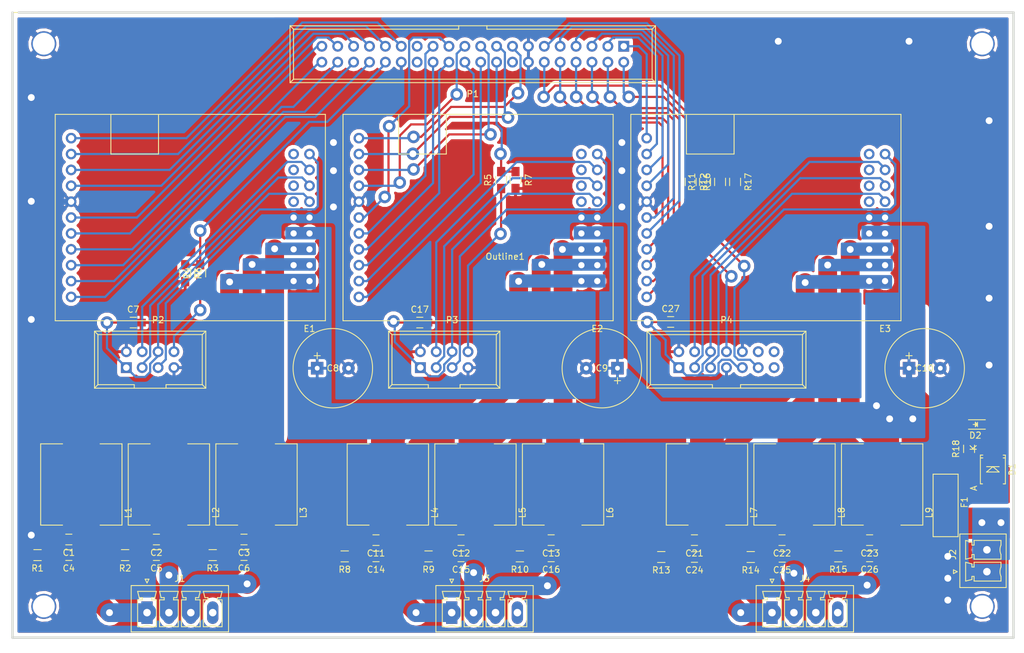
<source format=kicad_pcb>
(kicad_pcb (version 4) (host pcbnew 4.0.6)
  (layers (0 F.Cu signal) (31 B.Cu signal) (34 B.Paste user) (35 F.Paste user) (36 B.SilkS user) (37 F.SilkS user) (38 B.Mask user) (39 F.Mask user) (44 Edge.Cuts user))
  (net 0 "")
  (net 1 "Net-(C1-Pad1)")
  (net 2 GND)
  (net 3 "Net-(C2-Pad1)")
  (net 4 "Net-(C3-Pad1)")
  (net 5 "Net-(C4-Pad2)")
  (net 6 "Net-(C5-Pad2)")
  (net 7 "Net-(C6-Pad2)")
  (net 8 +5V)
  (net 9 "Net-(C11-Pad1)")
  (net 10 "Net-(C12-Pad1)")
  (net 11 "Net-(C13-Pad1)")
  (net 12 "Net-(C14-Pad2)")
  (net 13 "Net-(C15-Pad2)")
  (net 14 "Net-(C16-Pad2)")
  (net 15 /5VE2)
  (net 16 "Net-(C21-Pad1)")
  (net 17 "Net-(C22-Pad1)")
  (net 18 "Net-(C23-Pad1)")
  (net 19 "Net-(C24-Pad2)")
  (net 20 "Net-(C25-Pad2)")
  (net 21 "Net-(C26-Pad2)")
  (net 22 /5VE3)
  (net 23 /E1_DI1)
  (net 24 /E1_DI2)
  (net 25 /E1_DIO3)
  (net 26 /E1_DIO4)
  (net 27 /E1_AI1+)
  (net 28 /E1_AI1-)
  (net 29 /E1_AI2+)
  (net 30 /E1_AI2-)
  (net 31 /E1_AO1)
  (net 32 /E1_AO2)
  (net 33 /ENC1_3.3)
  (net 34 /E2_DI1)
  (net 35 /E2_DI2)
  (net 36 /E2_DIO3)
  (net 37 /E2_DIO4)
  (net 38 /E2_AI1+)
  (net 39 /E2_AI1-)
  (net 40 /E2_AI2+)
  (net 41 /E2_AI2-)
  (net 42 /E2_AO1)
  (net 43 /E2_AO2)
  (net 44 /ENC2_3.3)
  (net 45 /E3_DI1)
  (net 46 /E3_DI2)
  (net 47 /E3_DIO3)
  (net 48 /E3_DIO4)
  (net 49 /E3_AI1+)
  (net 50 /E3_AI1-)
  (net 51 /E3_AI2+)
  (net 52 /E3_AI2-)
  (net 53 /E3_AO1)
  (net 54 /E3_AO2)
  (net 55 /ENC3_3.3)
  (net 56 /E1_H1)
  (net 57 /E1_H2)
  (net 58 /E1_H3)
  (net 59 /ENC1)
  (net 60 /E2_H1)
  (net 61 /E2_H2)
  (net 62 /E2_H3)
  (net 63 /ENC2)
  (net 64 /E3_H1)
  (net 65 /E3_H2)
  (net 66 /E3_H3)
  (net 67 /ENC3)
  (net 68 +48V)
  (net 69 "Net-(E1-Pad1)")
  (net 70 "Net-(E1-Pad3)")
  (net 71 "Net-(E1-Pad5)")
  (net 72 "Net-(E1-Pad12)")
  (net 73 "Net-(E1-Pad14)")
  (net 74 "Net-(E1-Pad16)")
  (net 75 "Net-(E1-Pad18)")
  (net 76 "Net-(E2-Pad1)")
  (net 77 "Net-(E2-Pad3)")
  (net 78 "Net-(E2-Pad5)")
  (net 79 "Net-(E2-Pad12)")
  (net 80 "Net-(E2-Pad14)")
  (net 81 "Net-(E2-Pad16)")
  (net 82 "Net-(E2-Pad18)")
  (net 83 "Net-(E3-Pad1)")
  (net 84 "Net-(E3-Pad3)")
  (net 85 "Net-(E3-Pad5)")
  (net 86 "Net-(E3-Pad12)")
  (net 87 "Net-(E3-Pad14)")
  (net 88 "Net-(E3-Pad16)")
  (net 89 "Net-(E3-Pad18)")
  (net 90 "Net-(F1-Pad1)")
  (net 91 "Net-(J1-Pad4)")
  (net 92 "Net-(J3-Pad4)")
  (net 93 "Net-(J4-Pad4)")
  (net 94 "Net-(P1-Pad16)")
  (net 95 /ENC4)
  (net 96 /ENC4_3.3)
  (net 97 "Net-(D2-Pad2)")
  (net 98 "Net-(P1-Pad28)")
  (net 99 "Net-(P1-Pad27)")
  (net 100 "Net-(P4-Pad13)")
  (net 101 "Net-(P4-Pad14)")
  (net 102 "Net-(P4-Pad12)")
  (module escon-50-5-mobo:escon-50-5 (layer F.Cu) (at 160.5 64.8 180)
    (fp_text reference E3 (at -13.97 -17.78 180) (layer F.SilkS))
    (fp_text value ESCON-50-5)
    (pad 1 thru_hole circle (at -13.97 -10.16 180) (size 1.7 1.7) (drill 1) (layers *.Cu *.Mask) (net 83 "Net-(E3-Pad1)"))
    (pad 2 thru_hole circle (at -11.43 -10.16 180) (size 1.7 1.7) (drill 1) (layers *.Cu *.Mask) (net 83 "Net-(E3-Pad1)"))
    (pad 3 thru_hole circle (at -13.97 -7.62 180) (size 1.7 1.7) (drill 1) (layers *.Cu *.Mask) (net 84 "Net-(E3-Pad3)"))
    (pad 4 thru_hole circle (at -11.43 -7.62 180) (size 1.7 1.7) (drill 1) (layers *.Cu *.Mask) (net 84 "Net-(E3-Pad3)"))
    (pad 5 thru_hole circle (at -13.97 -5.08 180) (size 1.7 1.7) (drill 1) (layers *.Cu *.Mask) (net 85 "Net-(E3-Pad5)"))
    (pad 6 thru_hole circle (at -11.43 -5.08 180) (size 1.7 1.7) (drill 1) (layers *.Cu *.Mask) (net 85 "Net-(E3-Pad5)"))
    (pad 7 thru_hole circle (at -13.97 -2.54 180) (size 1.7 1.7) (drill 1) (layers *.Cu *.Mask) (net 68 +48V))
    (pad 8 thru_hole circle (at -11.43 -2.54 180) (size 1.7 1.7) (drill 1) (layers *.Cu *.Mask) (net 68 +48V))
    (pad 9 thru_hole circle (at -13.97 0 180) (size 1.7 1.7) (drill 1) (layers *.Cu *.Mask) (net 2 GND))
    (pad 10 thru_hole circle (at -11.43 0 180) (size 1.7 1.7) (drill 1) (layers *.Cu *.Mask) (net 2 GND))
    (pad 11 thru_hole circle (at -13.97 2.54 180) (size 1.7 1.7) (drill 1) (layers *.Cu *.Mask) (net 22 /5VE3))
    (pad 12 thru_hole circle (at -11.43 2.54 180) (size 1.7 1.7) (drill 1) (layers *.Cu *.Mask) (net 86 "Net-(E3-Pad12)"))
    (pad 13 thru_hole circle (at -13.97 5.08 180) (size 1.7 1.7) (drill 1) (layers *.Cu *.Mask) (net 64 /E3_H1))
    (pad 14 thru_hole circle (at -11.43 5.08 180) (size 1.7 1.7) (drill 1) (layers *.Cu *.Mask) (net 87 "Net-(E3-Pad14)"))
    (pad 15 thru_hole circle (at -13.97 7.62 180) (size 1.7 1.7) (drill 1) (layers *.Cu *.Mask) (net 65 /E3_H2))
    (pad 16 thru_hole circle (at -11.43 7.62 180) (size 1.7 1.7) (drill 1) (layers *.Cu *.Mask) (net 88 "Net-(E3-Pad16)"))
    (pad 17 thru_hole circle (at -13.97 10.16 180) (size 1.7 1.7) (drill 1) (layers *.Cu *.Mask) (net 66 /E3_H3))
    (pad 18 thru_hole circle (at -11.43 10.16 180) (size 1.7 1.7) (drill 1) (layers *.Cu *.Mask) (net 89 "Net-(E3-Pad18)"))
    (pad 19 thru_hole circle (at 24.13 12.7 180) (size 1.7 1.7) (drill 1) (layers *.Cu *.Mask) (net 48 /E3_DIO4))
    (pad 20 thru_hole circle (at 24.13 10.16 180) (size 1.7 1.7) (drill 1) (layers *.Cu *.Mask) (net 47 /E3_DIO3))
    (pad 21 thru_hole circle (at 24.13 7.62 180) (size 1.7 1.7) (drill 1) (layers *.Cu *.Mask) (net 46 /E3_DI2))
    (pad 22 thru_hole circle (at 24.13 5.08 180) (size 1.7 1.7) (drill 1) (layers *.Cu *.Mask) (net 45 /E3_DI1))
    (pad 23 thru_hole circle (at 24.13 2.54 180) (size 1.7 1.7) (drill 1) (layers *.Cu *.Mask) (net 2 GND))
    (pad 24 thru_hole circle (at 24.13 0 180) (size 1.7 1.7) (drill 1) (layers *.Cu *.Mask) (net 54 /E3_AO2))
    (pad 25 thru_hole circle (at 24.13 -2.54 180) (size 1.7 1.7) (drill 1) (layers *.Cu *.Mask) (net 53 /E3_AO1))
    (pad 26 thru_hole circle (at 24.13 -5.08 180) (size 1.7 1.7) (drill 1) (layers *.Cu *.Mask) (net 52 /E3_AI2-))
    (pad 27 thru_hole circle (at 24.13 -7.62 180) (size 1.7 1.7) (drill 1) (layers *.Cu *.Mask) (net 51 /E3_AI2+))
    (pad 28 thru_hole circle (at 24.13 -10.16 180) (size 1.7 1.7) (drill 1) (layers *.Cu *.Mask) (net 50 /E3_AI1-))
    (pad 29 thru_hole circle (at 24.13 -12.7 180) (size 1.7 1.7) (drill 1) (layers *.Cu *.Mask) (net 49 /E3_AI1+))
  )
  (module Resistors_SMD:R_0805_HandSoldering (layer F.Cu) (at 115.4 58.8 270)
    (fp_text reference R7 (at 0 -2.1 270) (layer F.SilkS))
    (fp_text value 10k)
    (pad 1 smd rect (at -1.35 0 270) (size 1.5 1.3) (layers F.Cu F.Paste F.Mask) (net 44 /ENC2_3.3))
    (pad 2 smd rect (at 1.35 0 270) (size 1.5 1.3) (layers F.Cu F.Paste F.Mask) (net 2 GND))
  )
  (module Resistors_SMD:R_0805_HandSoldering (layer F.Cu) (at 167 119 180)
    (fp_text reference R15 (at 0 -2.1 180) (layer F.SilkS))
    (fp_text value 390)
    (pad 1 smd rect (at -1.35 0 180) (size 1.5 1.3) (layers F.Cu F.Paste F.Mask) (net 21 "Net-(C26-Pad2)"))
    (pad 2 smd rect (at 1.35 0 180) (size 1.5 1.3) (layers F.Cu F.Paste F.Mask) (net 2 GND))
  )
  (module Resistors_SMD:R_0805_HandSoldering (layer F.Cu) (at 153 119.1 180)
    (fp_text reference R14 (at 0 -2.1 180) (layer F.SilkS))
    (fp_text value 390)
    (pad 1 smd rect (at -1.35 0 180) (size 1.5 1.3) (layers F.Cu F.Paste F.Mask) (net 20 "Net-(C25-Pad2)"))
    (pad 2 smd rect (at 1.35 0 180) (size 1.5 1.3) (layers F.Cu F.Paste F.Mask) (net 2 GND))
  )
  (module Resistors_SMD:R_0805_HandSoldering (layer F.Cu) (at 138.7 119.1 180)
    (fp_text reference R13 (at 0 -2.1 180) (layer F.SilkS))
    (fp_text value 390)
    (pad 1 smd rect (at -1.35 0 180) (size 1.5 1.3) (layers F.Cu F.Paste F.Mask) (net 19 "Net-(C24-Pad2)"))
    (pad 2 smd rect (at 1.35 0 180) (size 1.5 1.3) (layers F.Cu F.Paste F.Mask) (net 2 GND))
  )
  (module Resistors_SMD:R_0805_HandSoldering (layer F.Cu) (at 143.4 59.1 270)
    (fp_text reference R12 (at 0 -2.1 270) (layer F.SilkS))
    (fp_text value 10k)
    (pad 1 smd rect (at -1.35 0 270) (size 1.5 1.3) (layers F.Cu F.Paste F.Mask) (net 55 /ENC3_3.3))
    (pad 2 smd rect (at 1.35 0 270) (size 1.5 1.3) (layers F.Cu F.Paste F.Mask) (net 2 GND))
  )
  (module Resistors_SMD:R_0805_HandSoldering (layer F.Cu) (at 145.7 59.1 90)
    (fp_text reference R11 (at 0 -2.1 90) (layer F.SilkS))
    (fp_text value 5.15k)
    (pad 1 smd rect (at -1.35 0 90) (size 1.5 1.3) (layers F.Cu F.Paste F.Mask) (net 67 /ENC3))
    (pad 2 smd rect (at 1.35 0 90) (size 1.5 1.3) (layers F.Cu F.Paste F.Mask) (net 55 /ENC3_3.3))
  )
  (module Resistors_SMD:R_0805_HandSoldering (layer F.Cu) (at 116.1 119 180)
    (fp_text reference R10 (at 0 -2.1 180) (layer F.SilkS))
    (fp_text value 390)
    (pad 1 smd rect (at -1.35 0 180) (size 1.5 1.3) (layers F.Cu F.Paste F.Mask) (net 14 "Net-(C16-Pad2)"))
    (pad 2 smd rect (at 1.35 0 180) (size 1.5 1.3) (layers F.Cu F.Paste F.Mask) (net 2 GND))
  )
  (module Resistors_SMD:R_0805_HandSoldering (layer F.Cu) (at 101.5 119 180)
    (fp_text reference R9 (at 0 -2.1 180) (layer F.SilkS))
    (fp_text value 390)
    (pad 1 smd rect (at -1.35 0 180) (size 1.5 1.3) (layers F.Cu F.Paste F.Mask) (net 13 "Net-(C15-Pad2)"))
    (pad 2 smd rect (at 1.35 0 180) (size 1.5 1.3) (layers F.Cu F.Paste F.Mask) (net 2 GND))
  )
  (module Resistors_SMD:R_0805_HandSoldering (layer F.Cu) (at 88.1 119 180)
    (fp_text reference R8 (at 0 -2.1 180) (layer F.SilkS))
    (fp_text value 390)
    (pad 1 smd rect (at -1.35 0 180) (size 1.5 1.3) (layers F.Cu F.Paste F.Mask) (net 12 "Net-(C14-Pad2)"))
    (pad 2 smd rect (at 1.35 0 180) (size 1.5 1.3) (layers F.Cu F.Paste F.Mask) (net 2 GND))
  )
  (module Resistors_SMD:R_0805_HandSoldering (layer F.Cu) (at 62.6 73.7 270)
    (fp_text reference R6 (at 0 -2.1 270) (layer F.SilkS))
    (fp_text value 10k)
    (pad 1 smd rect (at -1.35 0 270) (size 1.5 1.3) (layers F.Cu F.Paste F.Mask) (net 33 /ENC1_3.3))
    (pad 2 smd rect (at 1.35 0 270) (size 1.5 1.3) (layers F.Cu F.Paste F.Mask) (net 2 GND))
  )
  (module Resistors_SMD:R_0805_HandSoldering (layer F.Cu) (at 113.1 58.8 90)
    (fp_text reference R5 (at 0 -2.1 90) (layer F.SilkS))
    (fp_text value 5.15k)
    (pad 1 smd rect (at -1.35 0 90) (size 1.5 1.3) (layers F.Cu F.Paste F.Mask) (net 63 /ENC2))
    (pad 2 smd rect (at 1.35 0 90) (size 1.5 1.3) (layers F.Cu F.Paste F.Mask) (net 44 /ENC2_3.3))
  )
  (module Resistors_SMD:R_0805_HandSoldering (layer F.Cu) (at 65 73.7 90)
    (fp_text reference R4 (at 0 -2.1 90) (layer F.SilkS))
    (fp_text value 5.15k)
    (pad 1 smd rect (at -1.35 0 90) (size 1.5 1.3) (layers F.Cu F.Paste F.Mask) (net 59 /ENC1))
    (pad 2 smd rect (at 1.35 0 90) (size 1.5 1.3) (layers F.Cu F.Paste F.Mask) (net 33 /ENC1_3.3))
  )
  (module Resistors_SMD:R_0805_HandSoldering (layer F.Cu) (at 67 118.8 180)
    (fp_text reference R3 (at 0 -2.1 180) (layer F.SilkS))
    (fp_text value 390)
    (pad 1 smd rect (at -1.35 0 180) (size 1.5 1.3) (layers F.Cu F.Paste F.Mask) (net 7 "Net-(C6-Pad2)"))
    (pad 2 smd rect (at 1.35 0 180) (size 1.5 1.3) (layers F.Cu F.Paste F.Mask) (net 2 GND))
  )
  (module Resistors_SMD:R_0805_HandSoldering (layer F.Cu) (at 53 118.8 180)
    (fp_text reference R2 (at 0 -2.1 180) (layer F.SilkS))
    (fp_text value 390)
    (pad 1 smd rect (at -1.35 0 180) (size 1.5 1.3) (layers F.Cu F.Paste F.Mask) (net 6 "Net-(C5-Pad2)"))
    (pad 2 smd rect (at 1.35 0 180) (size 1.5 1.3) (layers F.Cu F.Paste F.Mask) (net 2 GND))
  )
  (module Resistors_SMD:R_0805_HandSoldering (layer F.Cu) (at 39 118.8 180)
    (fp_text reference R1 (at 0 -2.1 180) (layer F.SilkS))
    (fp_text value 390)
    (pad 1 smd rect (at -1.35 0 180) (size 1.5 1.3) (layers F.Cu F.Paste F.Mask) (net 5 "Net-(C4-Pad2)"))
    (pad 2 smd rect (at 1.35 0 180) (size 1.5 1.3) (layers F.Cu F.Paste F.Mask) (net 2 GND))
  )
  (module escon-50-5-mobo:IDC_Header_Straight_8pins (layer F.Cu) (at 104 88.8)
    (fp_text reference P3 (at 1.27 -7.62) (layer F.SilkS))
    (fp_text value CONN_02X04)
    (pad 1 thru_hole rect (at -3.81 0) (size 1.7272 1.7272) (drill 1.016) (layers *.Cu *.Mask) (net 15 /5VE2))
    (pad 2 thru_hole oval (at -3.81 -2.54) (size 1.7272 1.7272) (drill 1.016) (layers *.Cu *.Mask) (net 2 GND))
    (pad 3 thru_hole oval (at -1.27 0) (size 1.7272 1.7272) (drill 1.016) (layers *.Cu *.Mask) (net 60 /E2_H1))
    (pad 4 thru_hole oval (at -1.27 -2.54) (size 1.7272 1.7272) (drill 1.016) (layers *.Cu *.Mask) (net 61 /E2_H2))
    (pad 5 thru_hole oval (at 1.27 0) (size 1.7272 1.7272) (drill 1.016) (layers *.Cu *.Mask) (net 62 /E2_H3))
    (pad 6 thru_hole oval (at 1.27 -2.54) (size 1.7272 1.7272) (drill 1.016) (layers *.Cu *.Mask) (net 15 /5VE2))
    (pad 7 thru_hole oval (at 3.81 0) (size 1.7272 1.7272) (drill 1.016) (layers *.Cu *.Mask) (net 2 GND))
    (pad 8 thru_hole oval (at 3.81 -2.54) (size 1.7272 1.7272) (drill 1.016) (layers *.Cu *.Mask) (net 63 /ENC2))
  )
  (module escon-50-5-mobo:IDC_Header_Straight_8pins (layer F.Cu) (at 57 88.8)
    (fp_text reference P2 (at 1.27 -7.62) (layer F.SilkS))
    (fp_text value CONN_02X04)
    (pad 1 thru_hole rect (at -3.81 0) (size 1.7272 1.7272) (drill 1.016) (layers *.Cu *.Mask) (net 8 +5V))
    (pad 2 thru_hole oval (at -3.81 -2.54) (size 1.7272 1.7272) (drill 1.016) (layers *.Cu *.Mask) (net 2 GND))
    (pad 3 thru_hole oval (at -1.27 0) (size 1.7272 1.7272) (drill 1.016) (layers *.Cu *.Mask) (net 56 /E1_H1))
    (pad 4 thru_hole oval (at -1.27 -2.54) (size 1.7272 1.7272) (drill 1.016) (layers *.Cu *.Mask) (net 57 /E1_H2))
    (pad 5 thru_hole oval (at 1.27 0) (size 1.7272 1.7272) (drill 1.016) (layers *.Cu *.Mask) (net 58 /E1_H3))
    (pad 6 thru_hole oval (at 1.27 -2.54) (size 1.7272 1.7272) (drill 1.016) (layers *.Cu *.Mask) (net 8 +5V))
    (pad 7 thru_hole oval (at 3.81 0) (size 1.7272 1.7272) (drill 1.016) (layers *.Cu *.Mask) (net 2 GND))
    (pad 8 thru_hole oval (at 3.81 -2.54) (size 1.7272 1.7272) (drill 1.016) (layers *.Cu *.Mask) (net 59 /ENC1))
  )
  (module Connectors:IDC_Header_Straight_40pins (layer F.Cu) (at 132.7 37.4 180)
    (fp_text reference P1 (at 24.13 -7.62 180) (layer F.SilkS))
    (fp_text value CONN_02X20)
    (pad 1 thru_hole rect (at 0 0 180) (size 1.7272 1.7272) (drill 1.016) (layers *.Cu *.Mask) (net 48 /E3_DIO4))
    (pad 2 thru_hole oval (at 0 -2.54 180) (size 1.7272 1.7272) (drill 1.016) (layers *.Cu *.Mask) (net 55 /ENC3_3.3))
    (pad 3 thru_hole oval (at 2.54 0 180) (size 1.7272 1.7272) (drill 1.016) (layers *.Cu *.Mask) (net 47 /E3_DIO3))
    (pad 4 thru_hole oval (at 2.54 -2.54 180) (size 1.7272 1.7272) (drill 1.016) (layers *.Cu *.Mask) (net 49 /E3_AI1+))
    (pad 5 thru_hole oval (at 5.08 0 180) (size 1.7272 1.7272) (drill 1.016) (layers *.Cu *.Mask) (net 46 /E3_DI2))
    (pad 6 thru_hole oval (at 5.08 -2.54 180) (size 1.7272 1.7272) (drill 1.016) (layers *.Cu *.Mask) (net 50 /E3_AI1-))
    (pad 7 thru_hole oval (at 7.62 0 180) (size 1.7272 1.7272) (drill 1.016) (layers *.Cu *.Mask) (net 45 /E3_DI1))
    (pad 8 thru_hole oval (at 7.62 -2.54 180) (size 1.7272 1.7272) (drill 1.016) (layers *.Cu *.Mask) (net 51 /E3_AI2+))
    (pad 9 thru_hole oval (at 10.16 0 180) (size 1.7272 1.7272) (drill 1.016) (layers *.Cu *.Mask) (net 54 /E3_AO2))
    (pad 10 thru_hole oval (at 10.16 -2.54 180) (size 1.7272 1.7272) (drill 1.016) (layers *.Cu *.Mask) (net 52 /E3_AI2-))
    (pad 11 thru_hole oval (at 12.7 0 180) (size 1.7272 1.7272) (drill 1.016) (layers *.Cu *.Mask) (net 53 /E3_AO1))
    (pad 12 thru_hole oval (at 12.7 -2.54 180) (size 1.7272 1.7272) (drill 1.016) (layers *.Cu *.Mask) (net 96 /ENC4_3.3))
    (pad 13 thru_hole oval (at 15.24 0 180) (size 1.7272 1.7272) (drill 1.016) (layers *.Cu *.Mask) (net 2 GND))
    (pad 14 thru_hole oval (at 15.24 -2.54 180) (size 1.7272 1.7272) (drill 1.016) (layers *.Cu *.Mask) (net 2 GND))
    (pad 15 thru_hole oval (at 17.78 0 180) (size 1.7272 1.7272) (drill 1.016) (layers *.Cu *.Mask) (net 37 /E2_DIO4))
    (pad 16 thru_hole oval (at 17.78 -2.54 180) (size 1.7272 1.7272) (drill 1.016) (layers *.Cu *.Mask) (net 94 "Net-(P1-Pad16)"))
    (pad 17 thru_hole oval (at 20.32 0 180) (size 1.7272 1.7272) (drill 1.016) (layers *.Cu *.Mask) (net 36 /E2_DIO3))
    (pad 18 thru_hole oval (at 20.32 -2.54 180) (size 1.7272 1.7272) (drill 1.016) (layers *.Cu *.Mask) (net 44 /ENC2_3.3))
    (pad 19 thru_hole oval (at 22.86 0 180) (size 1.7272 1.7272) (drill 1.016) (layers *.Cu *.Mask) (net 35 /E2_DI2))
    (pad 20 thru_hole oval (at 22.86 -2.54 180) (size 1.7272 1.7272) (drill 1.016) (layers *.Cu *.Mask) (net 38 /E2_AI1+))
    (pad 21 thru_hole oval (at 25.4 0 180) (size 1.7272 1.7272) (drill 1.016) (layers *.Cu *.Mask) (net 34 /E2_DI1))
    (pad 22 thru_hole oval (at 25.4 -2.54 180) (size 1.7272 1.7272) (drill 1.016) (layers *.Cu *.Mask) (net 39 /E2_AI1-))
    (pad 23 thru_hole oval (at 27.94 0 180) (size 1.7272 1.7272) (drill 1.016) (layers *.Cu *.Mask) (net 43 /E2_AO2))
    (pad 24 thru_hole oval (at 27.94 -2.54 180) (size 1.7272 1.7272) (drill 1.016) (layers *.Cu *.Mask) (net 40 /E2_AI2+))
    (pad 25 thru_hole oval (at 30.48 0 180) (size 1.7272 1.7272) (drill 1.016) (layers *.Cu *.Mask) (net 42 /E2_AO1))
    (pad 26 thru_hole oval (at 30.48 -2.54 180) (size 1.7272 1.7272) (drill 1.016) (layers *.Cu *.Mask) (net 41 /E2_AI2-))
    (pad 27 thru_hole oval (at 33.02 0 180) (size 1.7272 1.7272) (drill 1.016) (layers *.Cu *.Mask) (net 99 "Net-(P1-Pad27)"))
    (pad 28 thru_hole oval (at 33.02 -2.54 180) (size 1.7272 1.7272) (drill 1.016) (layers *.Cu *.Mask) (net 98 "Net-(P1-Pad28)"))
    (pad 29 thru_hole oval (at 35.56 0 180) (size 1.7272 1.7272) (drill 1.016) (layers *.Cu *.Mask) (net 26 /E1_DIO4))
    (pad 30 thru_hole oval (at 35.56 -2.54 180) (size 1.7272 1.7272) (drill 1.016) (layers *.Cu *.Mask) (net 2 GND))
    (pad 31 thru_hole oval (at 38.1 0 180) (size 1.7272 1.7272) (drill 1.016) (layers *.Cu *.Mask) (net 25 /E1_DIO3))
    (pad 32 thru_hole oval (at 38.1 -2.54 180) (size 1.7272 1.7272) (drill 1.016) (layers *.Cu *.Mask) (net 33 /ENC1_3.3))
    (pad 33 thru_hole oval (at 40.64 0 180) (size 1.7272 1.7272) (drill 1.016) (layers *.Cu *.Mask) (net 24 /E1_DI2))
    (pad 34 thru_hole oval (at 40.64 -2.54 180) (size 1.7272 1.7272) (drill 1.016) (layers *.Cu *.Mask) (net 27 /E1_AI1+))
    (pad 35 thru_hole oval (at 43.18 0 180) (size 1.7272 1.7272) (drill 1.016) (layers *.Cu *.Mask) (net 23 /E1_DI1))
    (pad 36 thru_hole oval (at 43.18 -2.54 180) (size 1.7272 1.7272) (drill 1.016) (layers *.Cu *.Mask) (net 28 /E1_AI1-))
    (pad 37 thru_hole oval (at 45.72 0 180) (size 1.7272 1.7272) (drill 1.016) (layers *.Cu *.Mask) (net 32 /E1_AO2))
    (pad 38 thru_hole oval (at 45.72 -2.54 180) (size 1.7272 1.7272) (drill 1.016) (layers *.Cu *.Mask) (net 29 /E1_AI2+))
    (pad 39 thru_hole oval (at 48.26 0 180) (size 1.7272 1.7272) (drill 1.016) (layers *.Cu *.Mask) (net 31 /E1_AO1))
    (pad 40 thru_hole oval (at 48.26 -2.54 180) (size 1.7272 1.7272) (drill 1.016) (layers *.Cu *.Mask) (net 30 /E1_AI2-))
  )
  (module escon-50-5-mobo:WE22uH (layer F.Cu) (at 174 107.5 90)
    (fp_text reference L9 (at -4.5 7.5 90) (layer F.SilkS))
    (fp_text value WE-PD)
    (pad 1 smd rect (at -5.5 0 90) (size 4 5.4) (layers F.Cu F.Paste F.Mask) (net 18 "Net-(C23-Pad1)"))
    (pad 2 smd rect (at 5.5 0 90) (size 4 5.4) (layers F.Cu F.Paste F.Mask) (net 85 "Net-(E3-Pad5)"))
  )
  (module escon-50-5-mobo:WE22uH (layer F.Cu) (at 160 107.5 90)
    (fp_text reference L8 (at -4.5 7.5 90) (layer F.SilkS))
    (fp_text value WE-PD)
    (pad 1 smd rect (at -5.5 0 90) (size 4 5.4) (layers F.Cu F.Paste F.Mask) (net 17 "Net-(C22-Pad1)"))
    (pad 2 smd rect (at 5.5 0 90) (size 4 5.4) (layers F.Cu F.Paste F.Mask) (net 84 "Net-(E3-Pad3)"))
  )
  (module escon-50-5-mobo:WE22uH (layer F.Cu) (at 146 107.5 90)
    (fp_text reference L7 (at -4.5 7.5 90) (layer F.SilkS))
    (fp_text value WE-PD)
    (pad 1 smd rect (at -5.5 0 90) (size 4 5.4) (layers F.Cu F.Paste F.Mask) (net 16 "Net-(C21-Pad1)"))
    (pad 2 smd rect (at 5.5 0 90) (size 4 5.4) (layers F.Cu F.Paste F.Mask) (net 83 "Net-(E3-Pad1)"))
  )
  (module escon-50-5-mobo:WE22uH (layer F.Cu) (at 123 107.5 90)
    (fp_text reference L6 (at -4.5 7.5 90) (layer F.SilkS))
    (fp_text value WE-PD)
    (pad 1 smd rect (at -5.5 0 90) (size 4 5.4) (layers F.Cu F.Paste F.Mask) (net 11 "Net-(C13-Pad1)"))
    (pad 2 smd rect (at 5.5 0 90) (size 4 5.4) (layers F.Cu F.Paste F.Mask) (net 78 "Net-(E2-Pad5)"))
  )
  (module escon-50-5-mobo:WE22uH (layer F.Cu) (at 109 107.5 90)
    (fp_text reference L5 (at -4.5 7.5 90) (layer F.SilkS))
    (fp_text value WE-PD)
    (pad 1 smd rect (at -5.5 0 90) (size 4 5.4) (layers F.Cu F.Paste F.Mask) (net 10 "Net-(C12-Pad1)"))
    (pad 2 smd rect (at 5.5 0 90) (size 4 5.4) (layers F.Cu F.Paste F.Mask) (net 77 "Net-(E2-Pad3)"))
  )
  (module escon-50-5-mobo:WE22uH (layer F.Cu) (at 95 107.5 90)
    (fp_text reference L4 (at -4.5 7.5 90) (layer F.SilkS))
    (fp_text value WE-PD)
    (pad 1 smd rect (at -5.5 0 90) (size 4 5.4) (layers F.Cu F.Paste F.Mask) (net 9 "Net-(C11-Pad1)"))
    (pad 2 smd rect (at 5.5 0 90) (size 4 5.4) (layers F.Cu F.Paste F.Mask) (net 76 "Net-(E2-Pad1)"))
  )
  (module escon-50-5-mobo:WE22uH (layer F.Cu) (at 74 107.5 90)
    (fp_text reference L3 (at -4.5 7.5 90) (layer F.SilkS))
    (fp_text value WE-PD)
    (pad 1 smd rect (at -5.5 0 90) (size 4 5.4) (layers F.Cu F.Paste F.Mask) (net 4 "Net-(C3-Pad1)"))
    (pad 2 smd rect (at 5.5 0 90) (size 4 5.4) (layers F.Cu F.Paste F.Mask) (net 71 "Net-(E1-Pad5)"))
  )
  (module escon-50-5-mobo:WE22uH (layer F.Cu) (at 60 107.5 90)
    (fp_text reference L2 (at -4.5 7.5 90) (layer F.SilkS))
    (fp_text value WE-PD)
    (pad 1 smd rect (at -5.5 0 90) (size 4 5.4) (layers F.Cu F.Paste F.Mask) (net 3 "Net-(C2-Pad1)"))
    (pad 2 smd rect (at 5.5 0 90) (size 4 5.4) (layers F.Cu F.Paste F.Mask) (net 70 "Net-(E1-Pad3)"))
  )
  (module escon-50-5-mobo:WE22uH (layer F.Cu) (at 46 107.5 90)
    (fp_text reference L1 (at -4.5 7.5 90) (layer F.SilkS))
    (fp_text value WE-PD)
    (pad 1 smd rect (at -5.5 0 90) (size 4 5.4) (layers F.Cu F.Paste F.Mask) (net 1 "Net-(C1-Pad1)"))
    (pad 2 smd rect (at 5.5 0 90) (size 4 5.4) (layers F.Cu F.Paste F.Mask) (net 69 "Net-(E1-Pad1)"))
  )
  (module Connectors_Phoenix:PhoenixContact_MCV-G_04x3.50mm_Vertical (layer F.Cu) (at 156.4 128)
    (fp_text reference J4 (at 5.25 -5.45) (layer F.SilkS))
    (fp_text value PHOENIX-COMBICON-MCV-4POS)
    (pad 1 thru_hole rect (at 0 0) (size 1.8 3.6) (drill 1.2) (layers *.Cu *.Mask) (net 16 "Net-(C21-Pad1)"))
    (pad 2 thru_hole oval (at 3.5 0) (size 1.8 3.6) (drill 1.2) (layers *.Cu *.Mask) (net 17 "Net-(C22-Pad1)"))
    (pad 3 thru_hole oval (at 7 0) (size 1.8 3.6) (drill 1.2) (layers *.Cu *.Mask) (net 18 "Net-(C23-Pad1)"))
    (pad 4 thru_hole oval (at 10.5 0) (size 1.8 3.6) (drill 1.2) (layers *.Cu *.Mask) (net 93 "Net-(J4-Pad4)"))
  )
  (module Connectors_Phoenix:PhoenixContact_MCV-G_04x3.50mm_Vertical (layer F.Cu) (at 105.2 128)
    (fp_text reference J3 (at 5.25 -5.45) (layer F.SilkS))
    (fp_text value PHOENIX-COMBICON-MCV-4POS)
    (pad 1 thru_hole rect (at 0 0) (size 1.8 3.6) (drill 1.2) (layers *.Cu *.Mask) (net 9 "Net-(C11-Pad1)"))
    (pad 2 thru_hole oval (at 3.5 0) (size 1.8 3.6) (drill 1.2) (layers *.Cu *.Mask) (net 10 "Net-(C12-Pad1)"))
    (pad 3 thru_hole oval (at 7 0) (size 1.8 3.6) (drill 1.2) (layers *.Cu *.Mask) (net 11 "Net-(C13-Pad1)"))
    (pad 4 thru_hole oval (at 10.5 0) (size 1.8 3.6) (drill 1.2) (layers *.Cu *.Mask) (net 92 "Net-(J3-Pad4)"))
  )
  (module Connectors_Phoenix:PhoenixContact_MCV-G_02x3.50mm_Vertical (layer F.Cu) (at 190.75 121.45 90)
    (fp_text reference J2 (at 2.75 -5.45 90) (layer F.SilkS))
    (fp_text value PHOENIX-COMBICON-MCV-2POS)
    (pad 1 thru_hole rect (at 0 0 90) (size 1.8 3.6) (drill 1.2) (layers *.Cu *.Mask) (net 2 GND))
    (pad 2 thru_hole oval (at 3.5 0 90) (size 1.8 3.6) (drill 1.2) (layers *.Cu *.Mask) (net 90 "Net-(F1-Pad1)"))
  )
  (module Connectors_Phoenix:PhoenixContact_MCV-G_04x3.50mm_Vertical (layer F.Cu) (at 56.5 128)
    (fp_text reference J1 (at 5.25 -5.45) (layer F.SilkS))
    (fp_text value PHOENIX-COMBICON-MCV-4POS)
    (pad 1 thru_hole rect (at 0 0) (size 1.8 3.6) (drill 1.2) (layers *.Cu *.Mask) (net 1 "Net-(C1-Pad1)"))
    (pad 2 thru_hole oval (at 3.5 0) (size 1.8 3.6) (drill 1.2) (layers *.Cu *.Mask) (net 3 "Net-(C2-Pad1)"))
    (pad 3 thru_hole oval (at 7 0) (size 1.8 3.6) (drill 1.2) (layers *.Cu *.Mask) (net 4 "Net-(C3-Pad1)"))
    (pad 4 thru_hole oval (at 10.5 0) (size 1.8 3.6) (drill 1.2) (layers *.Cu *.Mask) (net 91 "Net-(J1-Pad4)"))
  )
  (module escon-50-5-mobo:Luttelfuse-157 (layer F.Cu) (at 184.15 110.85 90)
    (fp_text reference F1 (at 0.5 3 90) (layer F.SilkS))
    (fp_text value LITTELFUSE-157)
    (pad 1 smd rect (at -2.73 0 90) (size 3 3) (layers F.Cu F.Paste F.Mask) (net 90 "Net-(F1-Pad1)"))
    (pad 2 smd rect (at 2.73 0 90) (size 3 3) (layers F.Cu F.Paste F.Mask) (net 68 +48V))
  )
  (module escon-50-5-mobo:escon-50-5 (layer F.Cu) (at 114.5 64.8 180)
    (fp_text reference E2 (at -13.97 -17.78 180) (layer F.SilkS))
    (fp_text value ESCON-50-5)
    (pad 1 thru_hole circle (at -13.97 -10.16 180) (size 1.7 1.7) (drill 1) (layers *.Cu *.Mask) (net 76 "Net-(E2-Pad1)"))
    (pad 2 thru_hole circle (at -11.43 -10.16 180) (size 1.7 1.7) (drill 1) (layers *.Cu *.Mask) (net 76 "Net-(E2-Pad1)"))
    (pad 3 thru_hole circle (at -13.97 -7.62 180) (size 1.7 1.7) (drill 1) (layers *.Cu *.Mask) (net 77 "Net-(E2-Pad3)"))
    (pad 4 thru_hole circle (at -11.43 -7.62 180) (size 1.7 1.7) (drill 1) (layers *.Cu *.Mask) (net 77 "Net-(E2-Pad3)"))
    (pad 5 thru_hole circle (at -13.97 -5.08 180) (size 1.7 1.7) (drill 1) (layers *.Cu *.Mask) (net 78 "Net-(E2-Pad5)"))
    (pad 6 thru_hole circle (at -11.43 -5.08 180) (size 1.7 1.7) (drill 1) (layers *.Cu *.Mask) (net 78 "Net-(E2-Pad5)"))
    (pad 7 thru_hole circle (at -13.97 -2.54 180) (size 1.7 1.7) (drill 1) (layers *.Cu *.Mask) (net 68 +48V))
    (pad 8 thru_hole circle (at -11.43 -2.54 180) (size 1.7 1.7) (drill 1) (layers *.Cu *.Mask) (net 68 +48V))
    (pad 9 thru_hole circle (at -13.97 0 180) (size 1.7 1.7) (drill 1) (layers *.Cu *.Mask) (net 2 GND))
    (pad 10 thru_hole circle (at -11.43 0 180) (size 1.7 1.7) (drill 1) (layers *.Cu *.Mask) (net 2 GND))
    (pad 11 thru_hole circle (at -13.97 2.54 180) (size 1.7 1.7) (drill 1) (layers *.Cu *.Mask) (net 15 /5VE2))
    (pad 12 thru_hole circle (at -11.43 2.54 180) (size 1.7 1.7) (drill 1) (layers *.Cu *.Mask) (net 79 "Net-(E2-Pad12)"))
    (pad 13 thru_hole circle (at -13.97 5.08 180) (size 1.7 1.7) (drill 1) (layers *.Cu *.Mask) (net 60 /E2_H1))
    (pad 14 thru_hole circle (at -11.43 5.08 180) (size 1.7 1.7) (drill 1) (layers *.Cu *.Mask) (net 80 "Net-(E2-Pad14)"))
    (pad 15 thru_hole circle (at -13.97 7.62 180) (size 1.7 1.7) (drill 1) (layers *.Cu *.Mask) (net 61 /E2_H2))
    (pad 16 thru_hole circle (at -11.43 7.62 180) (size 1.7 1.7) (drill 1) (layers *.Cu *.Mask) (net 81 "Net-(E2-Pad16)"))
    (pad 17 thru_hole circle (at -13.97 10.16 180) (size 1.7 1.7) (drill 1) (layers *.Cu *.Mask) (net 62 /E2_H3))
    (pad 18 thru_hole circle (at -11.43 10.16 180) (size 1.7 1.7) (drill 1) (layers *.Cu *.Mask) (net 82 "Net-(E2-Pad18)"))
    (pad 19 thru_hole circle (at 24.13 12.7 180) (size 1.7 1.7) (drill 1) (layers *.Cu *.Mask) (net 37 /E2_DIO4))
    (pad 20 thru_hole circle (at 24.13 10.16 180) (size 1.7 1.7) (drill 1) (layers *.Cu *.Mask) (net 36 /E2_DIO3))
    (pad 21 thru_hole circle (at 24.13 7.62 180) (size 1.7 1.7) (drill 1) (layers *.Cu *.Mask) (net 35 /E2_DI2))
    (pad 22 thru_hole circle (at 24.13 5.08 180) (size 1.7 1.7) (drill 1) (layers *.Cu *.Mask) (net 34 /E2_DI1))
    (pad 23 thru_hole circle (at 24.13 2.54 180) (size 1.7 1.7) (drill 1) (layers *.Cu *.Mask) (net 2 GND))
    (pad 24 thru_hole circle (at 24.13 0 180) (size 1.7 1.7) (drill 1) (layers *.Cu *.Mask) (net 43 /E2_AO2))
    (pad 25 thru_hole circle (at 24.13 -2.54 180) (size 1.7 1.7) (drill 1) (layers *.Cu *.Mask) (net 42 /E2_AO1))
    (pad 26 thru_hole circle (at 24.13 -5.08 180) (size 1.7 1.7) (drill 1) (layers *.Cu *.Mask) (net 41 /E2_AI2-))
    (pad 27 thru_hole circle (at 24.13 -7.62 180) (size 1.7 1.7) (drill 1) (layers *.Cu *.Mask) (net 40 /E2_AI2+))
    (pad 28 thru_hole circle (at 24.13 -10.16 180) (size 1.7 1.7) (drill 1) (layers *.Cu *.Mask) (net 39 /E2_AI1-))
    (pad 29 thru_hole circle (at 24.13 -12.7 180) (size 1.7 1.7) (drill 1) (layers *.Cu *.Mask) (net 38 /E2_AI1+))
  )
  (module escon-50-5-mobo:escon-50-5 (layer F.Cu) (at 68.5 64.8 180)
    (fp_text reference E1 (at -13.97 -17.78 180) (layer F.SilkS))
    (fp_text value ESCON-50-5)
    (pad 1 thru_hole circle (at -13.97 -10.16 180) (size 1.7 1.7) (drill 1) (layers *.Cu *.Mask) (net 69 "Net-(E1-Pad1)"))
    (pad 2 thru_hole circle (at -11.43 -10.16 180) (size 1.7 1.7) (drill 1) (layers *.Cu *.Mask) (net 69 "Net-(E1-Pad1)"))
    (pad 3 thru_hole circle (at -13.97 -7.62 180) (size 1.7 1.7) (drill 1) (layers *.Cu *.Mask) (net 70 "Net-(E1-Pad3)"))
    (pad 4 thru_hole circle (at -11.43 -7.62 180) (size 1.7 1.7) (drill 1) (layers *.Cu *.Mask) (net 70 "Net-(E1-Pad3)"))
    (pad 5 thru_hole circle (at -13.97 -5.08 180) (size 1.7 1.7) (drill 1) (layers *.Cu *.Mask) (net 71 "Net-(E1-Pad5)"))
    (pad 6 thru_hole circle (at -11.43 -5.08 180) (size 1.7 1.7) (drill 1) (layers *.Cu *.Mask) (net 71 "Net-(E1-Pad5)"))
    (pad 7 thru_hole circle (at -13.97 -2.54 180) (size 1.7 1.7) (drill 1) (layers *.Cu *.Mask) (net 68 +48V))
    (pad 8 thru_hole circle (at -11.43 -2.54 180) (size 1.7 1.7) (drill 1) (layers *.Cu *.Mask) (net 68 +48V))
    (pad 9 thru_hole circle (at -13.97 0 180) (size 1.7 1.7) (drill 1) (layers *.Cu *.Mask) (net 2 GND))
    (pad 10 thru_hole circle (at -11.43 0 180) (size 1.7 1.7) (drill 1) (layers *.Cu *.Mask) (net 2 GND))
    (pad 11 thru_hole circle (at -13.97 2.54 180) (size 1.7 1.7) (drill 1) (layers *.Cu *.Mask) (net 8 +5V))
    (pad 12 thru_hole circle (at -11.43 2.54 180) (size 1.7 1.7) (drill 1) (layers *.Cu *.Mask) (net 72 "Net-(E1-Pad12)"))
    (pad 13 thru_hole circle (at -13.97 5.08 180) (size 1.7 1.7) (drill 1) (layers *.Cu *.Mask) (net 56 /E1_H1))
    (pad 14 thru_hole circle (at -11.43 5.08 180) (size 1.7 1.7) (drill 1) (layers *.Cu *.Mask) (net 73 "Net-(E1-Pad14)"))
    (pad 15 thru_hole circle (at -13.97 7.62 180) (size 1.7 1.7) (drill 1) (layers *.Cu *.Mask) (net 57 /E1_H2))
    (pad 16 thru_hole circle (at -11.43 7.62 180) (size 1.7 1.7) (drill 1) (layers *.Cu *.Mask) (net 74 "Net-(E1-Pad16)"))
    (pad 17 thru_hole circle (at -13.97 10.16 180) (size 1.7 1.7) (drill 1) (layers *.Cu *.Mask) (net 58 /E1_H3))
    (pad 18 thru_hole circle (at -11.43 10.16 180) (size 1.7 1.7) (drill 1) (layers *.Cu *.Mask) (net 75 "Net-(E1-Pad18)"))
    (pad 19 thru_hole circle (at 24.13 12.7 180) (size 1.7 1.7) (drill 1) (layers *.Cu *.Mask) (net 26 /E1_DIO4))
    (pad 20 thru_hole circle (at 24.13 10.16 180) (size 1.7 1.7) (drill 1) (layers *.Cu *.Mask) (net 25 /E1_DIO3))
    (pad 21 thru_hole circle (at 24.13 7.62 180) (size 1.7 1.7) (drill 1) (layers *.Cu *.Mask) (net 24 /E1_DI2))
    (pad 22 thru_hole circle (at 24.13 5.08 180) (size 1.7 1.7) (drill 1) (layers *.Cu *.Mask) (net 23 /E1_DI1))
    (pad 23 thru_hole circle (at 24.13 2.54 180) (size 1.7 1.7) (drill 1) (layers *.Cu *.Mask) (net 2 GND))
    (pad 24 thru_hole circle (at 24.13 0 180) (size 1.7 1.7) (drill 1) (layers *.Cu *.Mask) (net 32 /E1_AO2))
    (pad 25 thru_hole circle (at 24.13 -2.54 180) (size 1.7 1.7) (drill 1) (layers *.Cu *.Mask) (net 31 /E1_AO1))
    (pad 26 thru_hole circle (at 24.13 -5.08 180) (size 1.7 1.7) (drill 1) (layers *.Cu *.Mask) (net 30 /E1_AI2-))
    (pad 27 thru_hole circle (at 24.13 -7.62 180) (size 1.7 1.7) (drill 1) (layers *.Cu *.Mask) (net 29 /E1_AI2+))
    (pad 28 thru_hole circle (at 24.13 -10.16 180) (size 1.7 1.7) (drill 1) (layers *.Cu *.Mask) (net 28 /E1_AI1-))
    (pad 29 thru_hole circle (at 24.13 -12.7 180) (size 1.7 1.7) (drill 1) (layers *.Cu *.Mask) (net 27 /E1_AI1+))
  )
  (module Diodes_SMD:SMB_Handsoldering (layer F.Cu) (at 191.7 105.1 270)
    (fp_text reference D1 (at 0 -3.1 270) (layer F.SilkS))
    (fp_text value SMBJ54A)
    (fp_text user K (at -3.5 3.1 270) (layer F.SilkS))
    (fp_text user A (at 3 3.05 270) (layer F.SilkS))
    (pad 1 smd rect (at -2.70002 0 270) (size 3.50012 2.30124) (layers F.Cu F.Paste F.Mask) (net 2 GND))
    (pad 2 smd rect (at 2.70002 0 270) (size 3.50012 2.30124) (layers F.Cu F.Paste F.Mask) (net 68 +48V))
  )
  (module Capacitors_SMD:C_0805_HandSoldering (layer F.Cu) (at 140.2 81.5)
    (fp_text reference C27 (at 0 -2.1) (layer F.SilkS))
    (fp_text value 100nF)
    (pad 1 smd rect (at -1.25 0) (size 1.5 1.25) (layers F.Cu F.Paste F.Mask) (net 22 /5VE3))
    (pad 2 smd rect (at 1.25 0) (size 1.5 1.25) (layers F.Cu F.Paste F.Mask) (net 2 GND))
  )
  (module Capacitors_SMD:C_0805_HandSoldering (layer F.Cu) (at 172 119 180)
    (fp_text reference C26 (at 0 -2.1 180) (layer F.SilkS))
    (fp_text value 330pF)
    (pad 1 smd rect (at -1.25 0 180) (size 1.5 1.25) (layers F.Cu F.Paste F.Mask) (net 18 "Net-(C23-Pad1)"))
    (pad 2 smd rect (at 1.25 0 180) (size 1.5 1.25) (layers F.Cu F.Paste F.Mask) (net 21 "Net-(C26-Pad2)"))
  )
  (module Capacitors_SMD:C_0805_HandSoldering (layer F.Cu) (at 158.025001 119.075 180)
    (fp_text reference C25 (at 0 -2.1 180) (layer F.SilkS))
    (fp_text value 330pF)
    (pad 1 smd rect (at -1.25 0 180) (size 1.5 1.25) (layers F.Cu F.Paste F.Mask) (net 17 "Net-(C22-Pad1)"))
    (pad 2 smd rect (at 1.25 0 180) (size 1.5 1.25) (layers F.Cu F.Paste F.Mask) (net 20 "Net-(C25-Pad2)"))
  )
  (module Capacitors_SMD:C_0805_HandSoldering (layer F.Cu) (at 144 119.1 180)
    (fp_text reference C24 (at 0 -2.1 180) (layer F.SilkS))
    (fp_text value 330pF)
    (pad 1 smd rect (at -1.25 0 180) (size 1.5 1.25) (layers F.Cu F.Paste F.Mask) (net 16 "Net-(C21-Pad1)"))
    (pad 2 smd rect (at 1.25 0 180) (size 1.5 1.25) (layers F.Cu F.Paste F.Mask) (net 19 "Net-(C24-Pad2)"))
  )
  (module Capacitors_SMD:C_0805_HandSoldering (layer F.Cu) (at 172 116.4 180)
    (fp_text reference C23 (at 0 -2.1 180) (layer F.SilkS))
    (fp_text value 150pF)
    (pad 1 smd rect (at -1.25 0 180) (size 1.5 1.25) (layers F.Cu F.Paste F.Mask) (net 18 "Net-(C23-Pad1)"))
    (pad 2 smd rect (at 1.25 0 180) (size 1.5 1.25) (layers F.Cu F.Paste F.Mask) (net 2 GND))
  )
  (module Capacitors_SMD:C_0805_HandSoldering (layer F.Cu) (at 158 116.4 180)
    (fp_text reference C22 (at 0 -2.1 180) (layer F.SilkS))
    (fp_text value 150pF)
    (pad 1 smd rect (at -1.25 0 180) (size 1.5 1.25) (layers F.Cu F.Paste F.Mask) (net 17 "Net-(C22-Pad1)"))
    (pad 2 smd rect (at 1.25 0 180) (size 1.5 1.25) (layers F.Cu F.Paste F.Mask) (net 2 GND))
  )
  (module Capacitors_SMD:C_0805_HandSoldering (layer F.Cu) (at 144 116.4 180)
    (fp_text reference C21 (at 0 -2.1 180) (layer F.SilkS))
    (fp_text value 150pF)
    (pad 1 smd rect (at -1.25 0 180) (size 1.5 1.25) (layers F.Cu F.Paste F.Mask) (net 16 "Net-(C21-Pad1)"))
    (pad 2 smd rect (at 1.25 0 180) (size 1.5 1.25) (layers F.Cu F.Paste F.Mask) (net 2 GND))
  )
  (module Capacitors_SMD:C_0805_HandSoldering (layer F.Cu) (at 100.1 81.6)
    (fp_text reference C17 (at 0 -2.1) (layer F.SilkS))
    (fp_text value 100nF)
    (pad 1 smd rect (at -1.25 0) (size 1.5 1.25) (layers F.Cu F.Paste F.Mask) (net 15 /5VE2))
    (pad 2 smd rect (at 1.25 0) (size 1.5 1.25) (layers F.Cu F.Paste F.Mask) (net 2 GND))
  )
  (module Capacitors_SMD:C_0805_HandSoldering (layer F.Cu) (at 121.1 119 180)
    (fp_text reference C16 (at 0 -2.1 180) (layer F.SilkS))
    (fp_text value 330pF)
    (pad 1 smd rect (at -1.25 0 180) (size 1.5 1.25) (layers F.Cu F.Paste F.Mask) (net 11 "Net-(C13-Pad1)"))
    (pad 2 smd rect (at 1.25 0 180) (size 1.5 1.25) (layers F.Cu F.Paste F.Mask) (net 14 "Net-(C16-Pad2)"))
  )
  (module Capacitors_SMD:C_0805_HandSoldering (layer F.Cu) (at 106.7 119 180)
    (fp_text reference C15 (at 0 -2.1 180) (layer F.SilkS))
    (fp_text value 330pF)
    (pad 1 smd rect (at -1.25 0 180) (size 1.5 1.25) (layers F.Cu F.Paste F.Mask) (net 10 "Net-(C12-Pad1)"))
    (pad 2 smd rect (at 1.25 0 180) (size 1.5 1.25) (layers F.Cu F.Paste F.Mask) (net 13 "Net-(C15-Pad2)"))
  )
  (module Capacitors_SMD:C_0805_HandSoldering (layer F.Cu) (at 93.1 119 180)
    (fp_text reference C14 (at 0 -2.1 180) (layer F.SilkS))
    (fp_text value 330pF)
    (pad 1 smd rect (at -1.25 0 180) (size 1.5 1.25) (layers F.Cu F.Paste F.Mask) (net 9 "Net-(C11-Pad1)"))
    (pad 2 smd rect (at 1.25 0 180) (size 1.5 1.25) (layers F.Cu F.Paste F.Mask) (net 12 "Net-(C14-Pad2)"))
  )
  (module Capacitors_SMD:C_0805_HandSoldering (layer F.Cu) (at 121.1 116.4 180)
    (fp_text reference C13 (at 0 -2.1 180) (layer F.SilkS))
    (fp_text value 150pF)
    (pad 1 smd rect (at -1.25 0 180) (size 1.5 1.25) (layers F.Cu F.Paste F.Mask) (net 11 "Net-(C13-Pad1)"))
    (pad 2 smd rect (at 1.25 0 180) (size 1.5 1.25) (layers F.Cu F.Paste F.Mask) (net 2 GND))
  )
  (module Capacitors_SMD:C_0805_HandSoldering (layer F.Cu) (at 106.7 116.4 180)
    (fp_text reference C12 (at 0 -2.1 180) (layer F.SilkS))
    (fp_text value 150pF)
    (pad 1 smd rect (at -1.25 0 180) (size 1.5 1.25) (layers F.Cu F.Paste F.Mask) (net 10 "Net-(C12-Pad1)"))
    (pad 2 smd rect (at 1.25 0 180) (size 1.5 1.25) (layers F.Cu F.Paste F.Mask) (net 2 GND))
  )
  (module Capacitors_SMD:C_0805_HandSoldering (layer F.Cu) (at 93.1 116.4 180)
    (fp_text reference C11 (at 0 -2.1 180) (layer F.SilkS))
    (fp_text value 150pF)
    (pad 1 smd rect (at -1.25 0 180) (size 1.5 1.25) (layers F.Cu F.Paste F.Mask) (net 9 "Net-(C11-Pad1)"))
    (pad 2 smd rect (at 1.25 0 180) (size 1.5 1.25) (layers F.Cu F.Paste F.Mask) (net 2 GND))
  )
  (module escon-50-5-mobo:electrolyte-12-5 (layer F.Cu) (at 180.8 88.9)
    (fp_text reference C10 (at 0 0) (layer F.SilkS))
    (fp_text value 220uF)
    (pad 1 thru_hole rect (at -2.5 0) (size 2 2) (drill 0.762) (layers *.Cu *.Mask) (net 68 +48V))
    (pad 2 thru_hole circle (at 2.5 0) (size 2 2) (drill 0.762) (layers *.Cu *.Mask) (net 2 GND))
  )
  (module escon-50-5-mobo:electrolyte-12-5 (layer F.Cu) (at 129.2 88.9 180)
    (fp_text reference C9 (at 0 0 180) (layer F.SilkS))
    (fp_text value 220uF)
    (pad 1 thru_hole rect (at -2.5 0 180) (size 2 2) (drill 0.762) (layers *.Cu *.Mask) (net 68 +48V))
    (pad 2 thru_hole circle (at 2.5 0 180) (size 2 2) (drill 0.762) (layers *.Cu *.Mask) (net 2 GND))
  )
  (module escon-50-5-mobo:electrolyte-12-5 (layer F.Cu) (at 86.2 88.9)
    (fp_text reference C8 (at 0 0) (layer F.SilkS))
    (fp_text value 220uF)
    (pad 1 thru_hole rect (at -2.5 0) (size 2 2) (drill 0.762) (layers *.Cu *.Mask) (net 68 +48V))
    (pad 2 thru_hole circle (at 2.5 0) (size 2 2) (drill 0.762) (layers *.Cu *.Mask) (net 2 GND))
  )
  (module Capacitors_SMD:C_0805_HandSoldering (layer F.Cu) (at 54.3 81.6)
    (fp_text reference C7 (at 0 -2.1) (layer F.SilkS))
    (fp_text value 100nF)
    (pad 1 smd rect (at -1.25 0) (size 1.5 1.25) (layers F.Cu F.Paste F.Mask) (net 8 +5V))
    (pad 2 smd rect (at 1.25 0) (size 1.5 1.25) (layers F.Cu F.Paste F.Mask) (net 2 GND))
  )
  (module Capacitors_SMD:C_0805_HandSoldering (layer F.Cu) (at 72 118.8 180)
    (fp_text reference C6 (at 0 -2.1 180) (layer F.SilkS))
    (fp_text value 330pF)
    (pad 1 smd rect (at -1.25 0 180) (size 1.5 1.25) (layers F.Cu F.Paste F.Mask) (net 4 "Net-(C3-Pad1)"))
    (pad 2 smd rect (at 1.25 0 180) (size 1.5 1.25) (layers F.Cu F.Paste F.Mask) (net 7 "Net-(C6-Pad2)"))
  )
  (module Capacitors_SMD:C_0805_HandSoldering (layer F.Cu) (at 58 118.8 180)
    (fp_text reference C5 (at 0 -2.1 180) (layer F.SilkS))
    (fp_text value 330pF)
    (pad 1 smd rect (at -1.25 0 180) (size 1.5 1.25) (layers F.Cu F.Paste F.Mask) (net 3 "Net-(C2-Pad1)"))
    (pad 2 smd rect (at 1.25 0 180) (size 1.5 1.25) (layers F.Cu F.Paste F.Mask) (net 6 "Net-(C5-Pad2)"))
  )
  (module Capacitors_SMD:C_0805_HandSoldering (layer F.Cu) (at 44 118.8 180)
    (fp_text reference C4 (at 0 -2.1 180) (layer F.SilkS))
    (fp_text value 330pF)
    (pad 1 smd rect (at -1.25 0 180) (size 1.5 1.25) (layers F.Cu F.Paste F.Mask) (net 1 "Net-(C1-Pad1)"))
    (pad 2 smd rect (at 1.25 0 180) (size 1.5 1.25) (layers F.Cu F.Paste F.Mask) (net 5 "Net-(C4-Pad2)"))
  )
  (module Capacitors_SMD:C_0805_HandSoldering (layer F.Cu) (at 72 116.3 180)
    (fp_text reference C3 (at 0 -2.1 180) (layer F.SilkS))
    (fp_text value 150pF)
    (pad 1 smd rect (at -1.25 0 180) (size 1.5 1.25) (layers F.Cu F.Paste F.Mask) (net 4 "Net-(C3-Pad1)"))
    (pad 2 smd rect (at 1.25 0 180) (size 1.5 1.25) (layers F.Cu F.Paste F.Mask) (net 2 GND))
  )
  (module Capacitors_SMD:C_0805_HandSoldering (layer F.Cu) (at 58 116.3 180)
    (fp_text reference C2 (at 0 -2.1 180) (layer F.SilkS))
    (fp_text value 150pF)
    (pad 1 smd rect (at -1.25 0 180) (size 1.5 1.25) (layers F.Cu F.Paste F.Mask) (net 3 "Net-(C2-Pad1)"))
    (pad 2 smd rect (at 1.25 0 180) (size 1.5 1.25) (layers F.Cu F.Paste F.Mask) (net 2 GND))
  )
  (module Capacitors_SMD:C_0805_HandSoldering (layer F.Cu) (at 44 116.3 180)
    (fp_text reference C1 (at 0 -2.1 180) (layer F.SilkS))
    (fp_text value 150pF)
    (pad 1 smd rect (at -1.25 0 180) (size 1.5 1.25) (layers F.Cu F.Paste F.Mask) (net 1 "Net-(C1-Pad1)"))
    (pad 2 smd rect (at 1.25 0 180) (size 1.5 1.25) (layers F.Cu F.Paste F.Mask) (net 2 GND))
  )
  (module Resistors_SMD:R_0805_HandSoldering (layer F.Cu) (at 150.5 59.1 270)
    (fp_text reference R17 (at 0 -2.1 270) (layer F.SilkS))
    (fp_text value 10k)
    (pad 1 smd rect (at -1.35 0 270) (size 1.5 1.3) (layers F.Cu F.Paste F.Mask) (net 96 /ENC4_3.3))
    (pad 2 smd rect (at 1.35 0 270) (size 1.5 1.3) (layers F.Cu F.Paste F.Mask) (net 2 GND))
  )
  (module Resistors_SMD:R_0805_HandSoldering (layer F.Cu) (at 148.1 59.1 90)
    (fp_text reference R16 (at 0 -2.1 90) (layer F.SilkS))
    (fp_text value 5.15k)
    (pad 1 smd rect (at -1.35 0 90) (size 1.5 1.3) (layers F.Cu F.Paste F.Mask) (net 95 /ENC4))
    (pad 2 smd rect (at 1.35 0 90) (size 1.5 1.3) (layers F.Cu F.Paste F.Mask) (net 96 /ENC4_3.3))
  )
  (module LEDs:LED_0805 (layer F.Cu) (at 188.9 97.9 180)
    (fp_text reference D2 (at 0 -1.75 180) (layer F.SilkS))
    (fp_text value LED)
    (pad 2 smd rect (at 1.04902 0) (size 1.19888 1.19888) (layers F.Cu F.Paste F.Mask) (net 97 "Net-(D2-Pad2)"))
    (pad 1 smd rect (at -1.04902 0) (size 1.19888 1.19888) (layers F.Cu F.Paste F.Mask) (net 2 GND))
  )
  (module Resistors_SMD:R_0805_HandSoldering (layer F.Cu) (at 187.9 101.8 90)
    (fp_text reference R18 (at 0 -2.1 90) (layer F.SilkS))
    (fp_text value R)
    (pad 1 smd rect (at -1.35 0 90) (size 1.5 1.3) (layers F.Cu F.Paste F.Mask) (net 68 +48V))
    (pad 2 smd rect (at 1.35 0 90) (size 1.5 1.3) (layers F.Cu F.Paste F.Mask) (net 97 "Net-(D2-Pad2)"))
  )
  (module Connectors:IDC_Header_Straight_14pins (layer F.Cu) (at 141.5 88.8)
    (fp_text reference P4 (at 7.62 -7.62) (layer F.SilkS))
    (fp_text value CONN_02X07)
    (pad 1 thru_hole rect (at 0 0) (size 1.7272 1.7272) (drill 1.016) (layers *.Cu *.Mask) (net 22 /5VE3))
    (pad 2 thru_hole oval (at 0 -2.54) (size 1.7272 1.7272) (drill 1.016) (layers *.Cu *.Mask) (net 2 GND))
    (pad 3 thru_hole oval (at 2.54 0) (size 1.7272 1.7272) (drill 1.016) (layers *.Cu *.Mask) (net 64 /E3_H1))
    (pad 4 thru_hole oval (at 2.54 -2.54) (size 1.7272 1.7272) (drill 1.016) (layers *.Cu *.Mask) (net 65 /E3_H2))
    (pad 5 thru_hole oval (at 5.08 0) (size 1.7272 1.7272) (drill 1.016) (layers *.Cu *.Mask) (net 66 /E3_H3))
    (pad 6 thru_hole oval (at 5.08 -2.54) (size 1.7272 1.7272) (drill 1.016) (layers *.Cu *.Mask) (net 22 /5VE3))
    (pad 7 thru_hole oval (at 7.62 0) (size 1.7272 1.7272) (drill 1.016) (layers *.Cu *.Mask) (net 2 GND))
    (pad 8 thru_hole oval (at 7.62 -2.54) (size 1.7272 1.7272) (drill 1.016) (layers *.Cu *.Mask) (net 67 /ENC3))
    (pad 9 thru_hole oval (at 10.16 0) (size 1.7272 1.7272) (drill 1.016) (layers *.Cu *.Mask) (net 22 /5VE3))
    (pad 10 thru_hole oval (at 10.16 -2.54) (size 1.7272 1.7272) (drill 1.016) (layers *.Cu *.Mask) (net 2 GND))
    (pad 11 thru_hole oval (at 12.7 0) (size 1.7272 1.7272) (drill 1.016) (layers *.Cu *.Mask) (net 95 /ENC4))
    (pad 12 thru_hole oval (at 12.7 -2.54) (size 1.7272 1.7272) (drill 1.016) (layers *.Cu *.Mask) (net 102 "Net-(P4-Pad12)"))
    (pad 13 thru_hole oval (at 15.24 0) (size 1.7272 1.7272) (drill 1.016) (layers *.Cu *.Mask) (net 100 "Net-(P4-Pad13)"))
    (pad 14 thru_hole oval (at 15.24 -2.54) (size 1.7272 1.7272) (drill 1.016) (layers *.Cu *.Mask) (net 101 "Net-(P4-Pad14)"))
  )
  (module escon-50-5-mobo:EuroBoard160mmX100mm_holes (layer F.Cu) (at 35 132)
    (fp_text reference Outline1 (at 78.74 -60.96) (layer F.SilkS))
    (fp_text value CONN_01X04)
    (fp_line (start 0 -99.9998) (end 0 0) (layer Edge.Cuts) (width 0.381))
    (fp_line (start 0 0) (end 159.99968 0) (layer Edge.Cuts) (width 0.381))
    (fp_line (start 159.99968 0) (end 159.99968 -99.9998) (layer Edge.Cuts) (width 0.381))
    (fp_line (start 159.99968 -99.9998) (end 1.00076 -99.9998) (layer Edge.Cuts) (width 0.381))
    (pad 1 thru_hole circle (at 5.00126 -95.00108) (size 4 4) (drill 3.5) (layers *.Cu *.Mask) (net 2 GND))
    (pad 2 thru_hole circle (at 155.00096 -95.00108) (size 4 4) (drill 3.5) (layers *.Cu *.Mask) (net 2 GND))
    (pad 4 thru_hole circle (at 155.00096 -5.00126) (size 4 4) (drill 3.5) (layers *.Cu *.Mask) (net 2 GND))
    (pad 3 thru_hole circle (at 5.00126 -5.00126) (size 4 4) (drill 3.5) (layers *.Cu *.Mask) (net 2 GND))
  )
  (gr_text "AXO-arm Triple MOBO v1.0" (at 60.5 34) (layer F.Cu) (effects (font (size 1.5 1.5) (thickness 0.3))))
  (segment (start 50.6 128) (end 50.5 128) (width 3) (layer B.Cu) (net 1))
  (via (at 50.5 128) (size 2) (drill 1.1) (layers F.Cu B.Cu) (net 1))
  (segment (start 45.25 118.8) (end 45.25 116.3) (width 0.35) (layer F.Cu) (net 1))
  (segment (start 45.25 120) (end 45.25 117.5) (width 0.35) (layer F.Cu) (net 1))
  (segment (start 45.25 117.5) (end 46 116.75) (width 0.35) (layer F.Cu) (net 1))
  (segment (start 46 116.75) (end 46 113) (width 0.35) (layer F.Cu) (net 1))
  (segment (start 46 113) (end 46 123.5) (width 3) (layer F.Cu) (net 1))
  (segment (start 50.6 128) (end 56.5 128) (width 3) (layer B.Cu) (net 1))
  (segment (start 46 123.5) (end 50.5 128) (width 3) (layer F.Cu) (net 1))
  (segment (start 190.75 121.45) (end 185.55 121.45) (width 1) (layer B.Cu) (net 2))
  (via (at 184.5 119) (size 2) (drill 1.1) (layers F.Cu B.Cu) (net 2))
  (segment (start 184.5 126) (end 184.5 119) (width 1) (layer B.Cu) (net 2))
  (via (at 184.5 126) (size 2) (drill 1.1) (layers F.Cu B.Cu) (net 2))
  (segment (start 184.5 122.5) (end 184.5 126) (width 1) (layer F.Cu) (net 2))
  (via (at 184.5 122.5) (size 2) (drill 1.1) (layers F.Cu B.Cu) (net 2))
  (segment (start 185.55 121.45) (end 184.5 122.5) (width 1) (layer B.Cu) (net 2))
  (via (at 38 115.6) (size 2) (drill 1.1) (layers F.Cu B.Cu) (net 2))
  (segment (start 38 81.1) (end 38 115.6) (width 1) (layer F.Cu) (net 2))
  (segment (start 191.1 102.39998) (end 191.1 88.4) (width 1) (layer F.Cu) (net 2))
  (via (at 157.4 36.6) (size 2) (drill 1.1) (layers F.Cu B.Cu) (net 2))
  (segment (start 178.3 36.6) (end 157.4 36.6) (width 1) (layer B.Cu) (net 2))
  (via (at 178.3 36.6) (size 2) (drill 1.1) (layers F.Cu B.Cu) (net 2))
  (segment (start 178.4 36.6) (end 178.3 36.6) (width 1) (layer F.Cu) (net 2))
  (segment (start 191.1 49.3) (end 178.4 36.6) (width 1) (layer F.Cu) (net 2))
  (via (at 191.1 49.3) (size 2) (drill 1.1) (layers F.Cu B.Cu) (net 2))
  (segment (start 191.1 66.2) (end 191.1 49.3) (width 1) (layer B.Cu) (net 2))
  (via (at 191.1 66.2) (size 2) (drill 1.1) (layers F.Cu B.Cu) (net 2))
  (segment (start 191.1 77.7) (end 191.1 66.2) (width 1) (layer F.Cu) (net 2))
  (via (at 191.1 77.7) (size 2) (drill 1.1) (layers F.Cu B.Cu) (net 2))
  (segment (start 191.1 88.4) (end 191.1 77.7) (width 1) (layer B.Cu) (net 2))
  (via (at 191.1 88.4) (size 2) (drill 1.1) (layers F.Cu B.Cu) (net 2))
  (segment (start 84.6 64.8) (end 86.3 63.1) (width 1) (layer B.Cu) (net 2))
  (via (at 86.3 63.1) (size 2) (drill 1.1) (layers F.Cu B.Cu) (net 2))
  (segment (start 86.3 63.1) (end 86.3 57.3) (width 1) (layer F.Cu) (net 2))
  (via (at 86.3 57.3) (size 2) (drill 1.1) (layers F.Cu B.Cu) (net 2))
  (segment (start 86.3 57.3) (end 86.3 52.8) (width 1) (layer B.Cu) (net 2))
  (via (at 86.3 52.8) (size 2) (drill 1.1) (layers F.Cu B.Cu) (net 2))
  (segment (start 82.37 64.8) (end 84.6 64.8) (width 1) (layer B.Cu) (net 2))
  (segment (start 128.47 64.8) (end 130.7 64.8) (width 1) (layer B.Cu) (net 2))
  (via (at 132.4 52.8) (size 2) (drill 1.1) (layers F.Cu B.Cu) (net 2))
  (segment (start 132.4 57.3) (end 132.4 52.8) (width 1) (layer B.Cu) (net 2))
  (via (at 132.4 57.3) (size 2) (drill 1.1) (layers F.Cu B.Cu) (net 2))
  (segment (start 132.4 63.1) (end 132.4 57.3) (width 1) (layer F.Cu) (net 2))
  (via (at 132.4 63.1) (size 2) (drill 1.1) (layers F.Cu B.Cu) (net 2))
  (segment (start 130.7 64.8) (end 132.4 63.1) (width 1) (layer B.Cu) (net 2))
  (segment (start 44.37 62.26) (end 38.06 62.26) (width 1) (layer B.Cu) (net 2))
  (via (at 38 81.1) (size 2) (drill 1.1) (layers F.Cu B.Cu) (net 2))
  (segment (start 38 45.6) (end 38 81.1) (width 1) (layer B.Cu) (net 2))
  (via (at 38 45.6) (size 2) (drill 1.1) (layers F.Cu B.Cu) (net 2))
  (segment (start 38 62.2) (end 38 45.6) (width 1) (layer F.Cu) (net 2))
  (via (at 38 62.2) (size 2) (drill 1.1) (layers F.Cu B.Cu) (net 2))
  (segment (start 38.06 62.26) (end 38 62.2) (width 1) (layer B.Cu) (net 2))
  (segment (start 60 128) (end 60 122) (width 3) (layer B.Cu) (net 3))
  (segment (start 60 122) (end 60 113) (width 3) (layer F.Cu) (net 3))
  (via (at 60 122) (size 2) (drill 1.1) (layers F.Cu B.Cu) (net 3))
  (segment (start 59.25 118.8) (end 59.25 116.3) (width 0.35) (layer F.Cu) (net 3))
  (segment (start 60 116.75) (end 60 113) (width 0.35) (layer F.Cu) (net 3))
  (segment (start 59.25 113.75) (end 60 113) (width 0.35) (layer F.Cu) (net 3))
  (segment (start 73.25 118.8) (end 73.25 116.3) (width 0.35) (layer F.Cu) (net 4))
  (segment (start 64.6 123.4) (end 72.5 123.4) (width 3) (layer B.Cu) (net 4))
  (segment (start 72.55 123.45) (end 74 122) (width 3) (layer F.Cu) (net 4))
  (segment (start 72.5 123.4) (end 72.55 123.45) (width 3) (layer F.Cu) (net 4))
  (via (at 72.5 123.4) (size 2) (drill 1.1) (layers F.Cu B.Cu) (net 4))
  (segment (start 63.5 128) (end 63.5 124.5) (width 3) (layer B.Cu) (net 4))
  (segment (start 63.5 124.5) (end 64.6 123.4) (width 3) (layer B.Cu) (net 4))
  (segment (start 64.6 123.4) (end 64.5 123.5) (width 3) (layer B.Cu) (net 4))
  (segment (start 73.25 120) (end 73.25 117.5) (width 0.35) (layer F.Cu) (net 4))
  (segment (start 73.25 117.5) (end 74 116.75) (width 0.35) (layer F.Cu) (net 4))
  (segment (start 74 116.75) (end 74 113) (width 0.35) (layer F.Cu) (net 4))
  (segment (start 74 113) (end 74 122) (width 3) (layer F.Cu) (net 4))
  (segment (start 74 122) (end 72.5 123.5) (width 3) (layer F.Cu) (net 4))
  (segment (start 40.35 118.8) (end 42.75 118.8) (width 0.35) (layer F.Cu) (net 5))
  (segment (start 54.35 118.8) (end 56.75 118.8) (width 0.35) (layer F.Cu) (net 6))
  (segment (start 68.35 118.8) (end 70.75 118.8) (width 0.35) (layer F.Cu) (net 7))
  (via (at 50.1 81.6) (size 2) (drill 1.1) (layers F.Cu B.Cu) (net 8))
  (segment (start 53.19 88.79) (end 50.1 85.7) (width 0.35) (layer B.Cu) (net 8))
  (segment (start 50.1 85.7) (end 50.1 81.6) (width 0.35) (layer B.Cu) (net 8))
  (segment (start 53.19 88.79) (end 53.19 88.8) (width 0.35) (layer B.Cu) (net 8))
  (segment (start 50.1 81.6) (end 50.1 81.6) (width 0.35) (layer F.Cu) (net 8))
  (segment (start 50.1 81.6) (end 52.85 81.6) (width 0.35) (layer F.Cu) (net 8))
  (segment (start 58.27 86.26) (end 58.27 86.93) (width 0.35) (layer B.Cu) (net 8))
  (segment (start 58.27 86.93) (end 57 88.2) (width 0.35) (layer B.Cu) (net 8))
  (segment (start 57 88.2) (end 57 89.5) (width 0.35) (layer B.Cu) (net 8))
  (segment (start 57 89.5) (end 56.2 90.3) (width 0.35) (layer B.Cu) (net 8))
  (segment (start 56.2 90.3) (end 54.69 90.3) (width 0.35) (layer B.Cu) (net 8))
  (segment (start 54.69 90.3) (end 53.19 88.8) (width 0.35) (layer B.Cu) (net 8))
  (segment (start 82.47 62.26) (end 82.47 61.97) (width 0.35) (layer B.Cu) (net 8))
  (segment (start 82.47 61.97) (end 81.5 61) (width 0.35) (layer B.Cu) (net 8))
  (segment (start 81.5 61) (end 76 61) (width 0.35) (layer B.Cu) (net 8))
  (segment (start 76 61) (end 58.27 78.73) (width 0.35) (layer B.Cu) (net 8))
  (segment (start 58.27 78.73) (end 58.27 86.26) (width 0.35) (layer B.Cu) (net 8))
  (segment (start 94.35 119) (end 94.35 116.4) (width 0.35) (layer F.Cu) (net 9))
  (segment (start 94.35 116.4) (end 95 115.75) (width 0.35) (layer F.Cu) (net 9))
  (segment (start 95 115.75) (end 95 113) (width 0.35) (layer F.Cu) (net 9))
  (segment (start 95 113) (end 95 123.5) (width 3) (layer F.Cu) (net 9))
  (segment (start 99.5 128) (end 105.2 128) (width 3) (layer B.Cu) (net 9))
  (via (at 99.5 128) (size 2) (drill 1.1) (layers F.Cu B.Cu) (net 9))
  (segment (start 95 123.5) (end 99.5 128) (width 3) (layer F.Cu) (net 9))
  (segment (start 108.7 128) (end 108.7 121.6) (width 3) (layer B.Cu) (net 10))
  (segment (start 109 121.3) (end 109 113) (width 3) (layer F.Cu) (net 10))
  (segment (start 108.7 121.6) (end 109 121.3) (width 3) (layer F.Cu) (net 10))
  (via (at 108.7 121.6) (size 2) (drill 1.1) (layers F.Cu B.Cu) (net 10))
  (segment (start 107.95 119) (end 107.95 116.4) (width 0.35) (layer F.Cu) (net 10))
  (segment (start 107.95 116.4) (end 109 115.35) (width 0.35) (layer F.Cu) (net 10))
  (segment (start 109 115.35) (end 109 113) (width 0.35) (layer F.Cu) (net 10))
  (segment (start 122.35 119) (end 122.35 116.4) (width 0.35) (layer F.Cu) (net 11))
  (segment (start 122.35 116.4) (end 123 115.75) (width 0.35) (layer F.Cu) (net 11))
  (segment (start 123 115.75) (end 123 113) (width 0.35) (layer F.Cu) (net 11))
  (segment (start 112.2 128) (end 112.2 124.6) (width 3) (layer B.Cu) (net 11))
  (segment (start 123 121.2) (end 123 113) (width 3) (layer F.Cu) (net 11))
  (segment (start 120.5 123.7) (end 123 121.2) (width 3) (layer F.Cu) (net 11))
  (via (at 120.5 123.7) (size 2) (drill 1.1) (layers F.Cu B.Cu) (net 11))
  (segment (start 113.1 123.7) (end 120.5 123.7) (width 3) (layer B.Cu) (net 11))
  (segment (start 112.2 124.6) (end 113.1 123.7) (width 3) (layer B.Cu) (net 11))
  (segment (start 123 113) (end 123 114.95) (width 0.35) (layer F.Cu) (net 11))
  (segment (start 89.45 119) (end 91.85 119) (width 0.35) (layer F.Cu) (net 12))
  (segment (start 102.85 119) (end 105.45 119) (width 0.35) (layer F.Cu) (net 13))
  (segment (start 117.45 119) (end 119.85 119) (width 0.35) (layer F.Cu) (net 14))
  (segment (start 98.85 81.6) (end 96.1 81.6) (width 0.35) (layer F.Cu) (net 15))
  (segment (start 96.1 81.6) (end 95.9 81.4) (width 0.35) (layer F.Cu) (net 15))
  (via (at 95.9 81.4) (size 2) (drill 1.1) (layers F.Cu B.Cu) (net 15))
  (segment (start 95.9 81.4) (end 96.1 81.6) (width 0.35) (layer B.Cu) (net 15))
  (segment (start 96.1 81.6) (end 96.1 84.71) (width 0.35) (layer B.Cu) (net 15))
  (segment (start 96.1 84.71) (end 100.19 88.8) (width 0.35) (layer B.Cu) (net 15))
  (segment (start 124.9 61) (end 114.2 61) (width 0.35) (layer B.Cu) (net 15))
  (segment (start 124.9 61) (end 127.21 61) (width 0.35) (layer B.Cu) (net 15))
  (segment (start 128.47 62.26) (end 127.21 61) (width 0.35) (layer B.Cu) (net 15))
  (segment (start 105.27 80.63) (end 105.27 86.26) (width 0.35) (layer B.Cu) (net 15))
  (segment (start 105.27 69.93) (end 105.27 80.63) (width 0.35) (layer B.Cu) (net 15))
  (segment (start 114.2 61) (end 105.27 69.93) (width 0.35) (layer B.Cu) (net 15))
  (segment (start 105.27 86.26) (end 105.27 87.03) (width 0.35) (layer B.Cu) (net 15))
  (segment (start 105.27 87.03) (end 104 88.3) (width 0.35) (layer B.Cu) (net 15))
  (segment (start 101.59 90.2) (end 100.19 88.8) (width 0.35) (layer B.Cu) (net 15))
  (segment (start 103.1 90.2) (end 101.59 90.2) (width 0.35) (layer B.Cu) (net 15))
  (segment (start 104 89.3) (end 103.1 90.2) (width 0.35) (layer B.Cu) (net 15))
  (segment (start 104 88.3) (end 104 89.3) (width 0.35) (layer B.Cu) (net 15))
  (segment (start 146 113) (end 146 115.65) (width 0.35) (layer F.Cu) (net 16))
  (segment (start 146 115.65) (end 145.25 116.4) (width 0.35) (layer F.Cu) (net 16))
  (segment (start 145.25 116.4) (end 145.25 119.1) (width 0.35) (layer F.Cu) (net 16))
  (segment (start 146 113) (end 146 122.6) (width 3) (layer F.Cu) (net 16))
  (segment (start 151.4 128) (end 156.4 128) (width 3) (layer B.Cu) (net 16))
  (via (at 151.4 128) (size 2) (drill 1.1) (layers F.Cu B.Cu) (net 16))
  (segment (start 146 122.6) (end 151.4 128) (width 3) (layer F.Cu) (net 16))
  (segment (start 159.275001 119.075) (end 159.275001 116.425001) (width 0.35) (layer F.Cu) (net 17))
  (segment (start 159.275001 116.425001) (end 160 115.700002) (width 0.35) (layer F.Cu) (net 17))
  (segment (start 160 115.700002) (end 160 113) (width 0.35) (layer F.Cu) (net 17))
  (segment (start 159.9 128) (end 159.9 121.7) (width 3) (layer B.Cu) (net 17))
  (segment (start 160 121.6) (end 160 113) (width 3) (layer F.Cu) (net 17))
  (segment (start 159.9 121.7) (end 160 121.6) (width 3) (layer F.Cu) (net 17))
  (via (at 159.9 121.7) (size 2) (drill 1.1) (layers F.Cu B.Cu) (net 17))
  (segment (start 173.25 119) (end 173.25 116.4) (width 0.35) (layer F.Cu) (net 18))
  (segment (start 173.25 116.4) (end 174 115.65) (width 0.35) (layer F.Cu) (net 18))
  (segment (start 174 115.65) (end 174 113) (width 0.35) (layer F.Cu) (net 18))
  (segment (start 163.4 128) (end 163.4 124.6) (width 3) (layer B.Cu) (net 18))
  (segment (start 174 121.2) (end 174 113) (width 3) (layer F.Cu) (net 18))
  (segment (start 171.6 123.6) (end 174 121.2) (width 3) (layer F.Cu) (net 18))
  (via (at 171.6 123.6) (size 2) (drill 1.1) (layers F.Cu B.Cu) (net 18))
  (segment (start 164.4 123.6) (end 171.6 123.6) (width 3) (layer B.Cu) (net 18))
  (segment (start 163.4 124.6) (end 164.4 123.6) (width 3) (layer B.Cu) (net 18))
  (segment (start 140.05 119.1) (end 142.75 119.1) (width 0.35) (layer F.Cu) (net 19))
  (segment (start 154.35 119.1) (end 156.750001 119.1) (width 0.35) (layer F.Cu) (net 20))
  (segment (start 156.750001 119.1) (end 156.775001 119.075) (width 0.35) (layer F.Cu) (net 20))
  (segment (start 168.35 119) (end 170.75 119) (width 0.35) (layer F.Cu) (net 21))
  (segment (start 146.58 86.26) (end 146.58 74.02) (width 0.35) (layer B.Cu) (net 22))
  (segment (start 146.58 74.02) (end 150.2 70.4) (width 0.35) (layer B.Cu) (net 22))
  (segment (start 150.2 70.4) (end 159.6 61) (width 0.35) (layer B.Cu) (net 22))
  (segment (start 159.6 61) (end 170.4 61) (width 0.35) (layer B.Cu) (net 22))
  (segment (start 173.5 61) (end 170.4 61) (width 0.35) (layer B.Cu) (net 22))
  (segment (start 173.5 61) (end 174.47 61.97) (width 0.35) (layer B.Cu) (net 22))
  (segment (start 138.95 81.5) (end 136.45 81.5) (width 0.35) (layer F.Cu) (net 22))
  (segment (start 136.4 81.4) (end 139.4 84.4) (width 0.35) (layer B.Cu) (net 22))
  (segment (start 139.4 84.4) (end 139.4 86.7) (width 0.35) (layer B.Cu) (net 22))
  (segment (start 139.4 86.7) (end 141.5 88.8) (width 0.35) (layer B.Cu) (net 22))
  (segment (start 136.475 81.475) (end 136.4 81.4) (width 0.35) (layer B.Cu) (net 22))
  (segment (start 136.45 81.5) (end 136.475 81.475) (width 0.35) (layer B.Cu) (net 22))
  (via (at 136.45 81.5) (size 2) (drill 1.1) (layers F.Cu B.Cu) (net 22))
  (segment (start 151.66 88.8) (end 151.55 88.8) (width 0.35) (layer B.Cu) (net 22))
  (segment (start 151.05 88.9) (end 149.7 87.55) (width 0.35) (layer B.Cu) (net 22))
  (segment (start 149.7 87.55) (end 148.4 87.55) (width 0.35) (layer B.Cu) (net 22))
  (segment (start 148.4 87.55) (end 147.85 88.1) (width 0.35) (layer B.Cu) (net 22))
  (segment (start 147.85 88.1) (end 147.85 89.6) (width 0.35) (layer B.Cu) (net 22))
  (segment (start 147.85 89.6) (end 147.4 90.05) (width 0.35) (layer B.Cu) (net 22))
  (segment (start 147.4 90.05) (end 144.6 90.05) (width 0.35) (layer B.Cu) (net 22))
  (segment (start 141.5 88.8) (end 141.5 88.85) (width 0.35) (layer B.Cu) (net 22))
  (segment (start 141.5 88.85) (end 142.7 90.05) (width 0.35) (layer B.Cu) (net 22))
  (segment (start 145.3 88.3) (end 146.58 87.02) (width 0.35) (layer B.Cu) (net 22))
  (segment (start 145.3 89.35) (end 145.3 88.3) (width 0.35) (layer B.Cu) (net 22))
  (segment (start 144.6 90.05) (end 145.3 89.35) (width 0.35) (layer B.Cu) (net 22))
  (segment (start 142.7 90.05) (end 144.6 90.05) (width 0.35) (layer B.Cu) (net 22))
  (segment (start 146.58 87.02) (end 146.58 86.26) (width 0.35) (layer B.Cu) (net 22))
  (segment (start 174.47 62.26) (end 174.47 61.97) (width 0.35) (layer B.Cu) (net 22))
  (segment (start 58.78 59.72) (end 44.37 59.72) (width 0.35) (layer B.Cu) (net 23))
  (segment (start 89.52 37.4) (end 89.52 37.02) (width 0.35) (layer B.Cu) (net 23))
  (segment (start 89.52 37.02) (end 87.9 35.4) (width 0.35) (layer B.Cu) (net 23))
  (segment (start 87.9 35.4) (end 83.1 35.4) (width 0.35) (layer B.Cu) (net 23))
  (segment (start 83.1 35.4) (end 58.78 59.72) (width 0.35) (layer B.Cu) (net 23))
  (segment (start 44.37 57.18) (end 60.12 57.18) (width 0.35) (layer B.Cu) (net 24))
  (segment (start 89.46 34.8) (end 92.06 37.4) (width 0.35) (layer B.Cu) (net 24))
  (segment (start 82.5 34.8) (end 89.46 34.8) (width 0.35) (layer B.Cu) (net 24))
  (segment (start 60.12 57.18) (end 82.5 34.8) (width 0.35) (layer B.Cu) (net 24))
  (segment (start 94.6 37.4) (end 94.6 37.3) (width 0.35) (layer B.Cu) (net 25))
  (segment (start 94.6 37.3) (end 91.5 34.2) (width 0.35) (layer B.Cu) (net 25))
  (segment (start 91.5 34.2) (end 81.9 34.2) (width 0.35) (layer B.Cu) (net 25))
  (segment (start 81.9 34.2) (end 61.46 54.64) (width 0.35) (layer B.Cu) (net 25))
  (segment (start 61.46 54.64) (end 44.37 54.64) (width 0.35) (layer B.Cu) (net 25))
  (segment (start 44.37 52.1) (end 62.8 52.1) (width 0.35) (layer B.Cu) (net 26))
  (segment (start 62.8 52.1) (end 81.3 33.6) (width 0.35) (layer B.Cu) (net 26))
  (segment (start 93.34 33.6) (end 97.14 37.4) (width 0.35) (layer B.Cu) (net 26))
  (segment (start 81.3 33.6) (end 93.34 33.6) (width 0.35) (layer B.Cu) (net 26))
  (segment (start 44.37 77.5) (end 49.8 77.5) (width 0.35) (layer B.Cu) (net 27))
  (segment (start 49.8 77.5) (end 78.6 48.7) (width 0.35) (layer B.Cu) (net 27))
  (segment (start 92.06 40.04) (end 92.06 39.94) (width 0.35) (layer B.Cu) (net 27))
  (segment (start 83.4 48.7) (end 92.06 40.04) (width 0.35) (layer B.Cu) (net 27))
  (segment (start 78.6 48.7) (end 83.4 48.7) (width 0.35) (layer B.Cu) (net 27))
  (segment (start 89.52 39.94) (end 89.52 40.08) (width 0.35) (layer B.Cu) (net 28))
  (segment (start 89.52 40.08) (end 81.7 47.9) (width 0.35) (layer B.Cu) (net 28))
  (segment (start 51.24 74.96) (end 78.3 47.9) (width 0.35) (layer B.Cu) (net 28))
  (segment (start 78.3 47.9) (end 81.7 47.9) (width 0.35) (layer B.Cu) (net 28))
  (segment (start 51.24 74.96) (end 44.37 74.96) (width 0.35) (layer B.Cu) (net 28))
  (segment (start 86.98 39.94) (end 86.98 40.02) (width 0.35) (layer B.Cu) (net 29))
  (segment (start 86.98 40.02) (end 79.9 47.1) (width 0.35) (layer B.Cu) (net 29))
  (segment (start 52.68 72.42) (end 44.37 72.42) (width 0.35) (layer B.Cu) (net 29))
  (segment (start 78 47.1) (end 52.68 72.42) (width 0.35) (layer B.Cu) (net 29))
  (segment (start 79.9 47.1) (end 78 47.1) (width 0.35) (layer B.Cu) (net 29))
  (segment (start 44.37 69.88) (end 54.12 69.88) (width 0.35) (layer B.Cu) (net 30))
  (segment (start 54.12 69.88) (end 77.7 46.3) (width 0.35) (layer B.Cu) (net 30))
  (segment (start 84.44 39.56) (end 84.44 39.94) (width 0.35) (layer B.Cu) (net 30))
  (segment (start 77.7 46.3) (end 84.44 39.56) (width 0.35) (layer B.Cu) (net 30))
  (segment (start 77.7 46.3) (end 77.7 46.3) (width 0.35) (layer B.Cu) (net 30))
  (segment (start 84.44 37.4) (end 83.7 37.4) (width 0.35) (layer B.Cu) (net 31))
  (segment (start 83.7 37.4) (end 53.76 67.34) (width 0.35) (layer B.Cu) (net 31))
  (segment (start 53.76 67.34) (end 44.37 67.34) (width 0.35) (layer B.Cu) (net 31))
  (segment (start 86.98 37.4) (end 86.9 37.4) (width 0.35) (layer B.Cu) (net 32))
  (segment (start 86.9 37.4) (end 85.5 36) (width 0.35) (layer B.Cu) (net 32))
  (segment (start 85.5 36) (end 83.7 36) (width 0.35) (layer B.Cu) (net 32))
  (segment (start 83.7 36) (end 54.9 64.8) (width 0.35) (layer B.Cu) (net 32))
  (segment (start 54.9 64.8) (end 44.37 64.8) (width 0.35) (layer B.Cu) (net 32))
  (segment (start 94.6 40.2) (end 94.6 39.94) (width 0.35) (layer B.Cu) (net 33))
  (segment (start 85.3 49.5) (end 94.6 40.2) (width 0.35) (layer B.Cu) (net 33))
  (segment (start 82.4 49.5) (end 85.3 49.5) (width 0.35) (layer B.Cu) (net 33))
  (segment (start 65 66.9) (end 82.4 49.5) (width 0.35) (layer B.Cu) (net 33))
  (segment (start 65 72.35) (end 65 66.9) (width 0.35) (layer F.Cu) (net 33))
  (via (at 65 66.9) (size 2) (drill 1.1) (layers F.Cu B.Cu) (net 33))
  (segment (start 65 72.35) (end 62.6 72.35) (width 0.35) (layer F.Cu) (net 33))
  (segment (start 107.3 37.4) (end 107.2 37.4) (width 0.35) (layer B.Cu) (net 34))
  (segment (start 107.2 37.4) (end 106 38.6) (width 0.35) (layer B.Cu) (net 34))
  (segment (start 106 38.6) (end 106 45.1) (width 0.35) (layer B.Cu) (net 34))
  (via (at 106 45.1) (size 2) (drill 1.1) (layers F.Cu B.Cu) (net 34))
  (segment (start 106 45.1) (end 101.2 49.9) (width 0.35) (layer F.Cu) (net 34))
  (segment (start 101.2 49.9) (end 98.7 49.9) (width 0.35) (layer F.Cu) (net 34))
  (segment (start 98.7 49.9) (end 96.9 51.7) (width 0.35) (layer F.Cu) (net 34))
  (segment (start 96.9 51.7) (end 96.9 59.2) (width 0.35) (layer F.Cu) (net 34))
  (via (at 96.9 59.2) (size 2) (drill 1.1) (layers F.Cu B.Cu) (net 34))
  (segment (start 96.9 59.2) (end 96.38 59.72) (width 0.35) (layer B.Cu) (net 34))
  (segment (start 96.38 59.72) (end 90.37 59.72) (width 0.35) (layer B.Cu) (net 34))
  (segment (start 99.1 57.1) (end 99.2 57.1) (width 0.35) (layer F.Cu) (net 35))
  (segment (start 90.37 57.18) (end 99.08 57.18) (width 0.35) (layer B.Cu) (net 35))
  (segment (start 111.1 38.66) (end 109.84 37.4) (width 0.35) (layer B.Cu) (net 35))
  (segment (start 111.1 51.2) (end 111.1 38.66) (width 0.35) (layer B.Cu) (net 35))
  (segment (start 111.4 51.5) (end 111.1 51.2) (width 0.35) (layer B.Cu) (net 35))
  (via (at 111.4 51.5) (size 2) (drill 1.1) (layers F.Cu B.Cu) (net 35))
  (via (at 99.1 57.1) (size 2) (drill 1.1) (layers F.Cu B.Cu) (net 35))
  (segment (start 99.1 57.16) (end 99.1 57.1) (width 0.35) (layer B.Cu) (net 35))
  (segment (start 99.08 57.18) (end 99.1 57.16) (width 0.35) (layer B.Cu) (net 35))
  (segment (start 104.8 51.5) (end 111.4 51.5) (width 0.35) (layer F.Cu) (net 35))
  (segment (start 99.2 57.1) (end 104.8 51.5) (width 0.35) (layer F.Cu) (net 35))
  (segment (start 104.4 49.2) (end 104.9 48.7) (width 0.35) (layer F.Cu) (net 36))
  (segment (start 98.96 54.64) (end 99 54.6) (width 0.35) (layer B.Cu) (net 36))
  (via (at 99 54.6) (size 2) (drill 1.1) (layers F.Cu B.Cu) (net 36))
  (segment (start 99 54.6) (end 104.4 49.2) (width 0.35) (layer F.Cu) (net 36))
  (segment (start 90.37 54.64) (end 98.96 54.64) (width 0.35) (layer B.Cu) (net 36))
  (via (at 114.2 48.8) (size 2) (drill 1.1) (layers F.Cu B.Cu) (net 36))
  (segment (start 113.7 48.3) (end 114.2 48.8) (width 0.35) (layer B.Cu) (net 36))
  (segment (start 113.7 38.4) (end 113.7 48.3) (width 0.35) (layer B.Cu) (net 36))
  (segment (start 113.7 38.4) (end 112.7 37.4) (width 0.35) (layer B.Cu) (net 36))
  (segment (start 114.1 48.7) (end 114.2 48.8) (width 0.35) (layer F.Cu) (net 36))
  (segment (start 104.9 48.7) (end 114.1 48.7) (width 0.35) (layer F.Cu) (net 36))
  (segment (start 112.38 37.4) (end 112.7 37.4) (width 0.35) (layer B.Cu) (net 36))
  (segment (start 114.92 37.4) (end 114.92 37.62) (width 0.35) (layer B.Cu) (net 37))
  (segment (start 114.92 37.62) (end 116.2 38.9) (width 0.35) (layer B.Cu) (net 37))
  (segment (start 98.9 52.1) (end 90.37 52.1) (width 0.35) (layer B.Cu) (net 37))
  (segment (start 99.1 51.9) (end 98.9 52.1) (width 0.35) (layer B.Cu) (net 37))
  (via (at 99.1 51.9) (size 2) (drill 1.1) (layers F.Cu B.Cu) (net 37))
  (segment (start 100.3 51.9) (end 99.1 51.9) (width 0.35) (layer F.Cu) (net 37))
  (segment (start 105.1 47.1) (end 100.3 51.9) (width 0.35) (layer F.Cu) (net 37))
  (segment (start 113.6 47.1) (end 105.1 47.1) (width 0.35) (layer F.Cu) (net 37))
  (segment (start 115.8 44.9) (end 113.6 47.1) (width 0.35) (layer F.Cu) (net 37))
  (via (at 115.8 44.9) (size 2) (drill 1.1) (layers F.Cu B.Cu) (net 37))
  (segment (start 116.2 44.5) (end 115.8 44.9) (width 0.35) (layer B.Cu) (net 37))
  (segment (start 116.2 38.9) (end 116.2 44.5) (width 0.35) (layer B.Cu) (net 37))
  (segment (start 114.92 37.4) (end 115.2 37.4) (width 0.35) (layer B.Cu) (net 37))
  (segment (start 90.37 77.5) (end 91.6 77.5) (width 0.35) (layer B.Cu) (net 38))
  (segment (start 109.84 59.26) (end 109.84 39.94) (width 0.35) (layer B.Cu) (net 38))
  (segment (start 91.6 77.5) (end 109.84 59.26) (width 0.35) (layer B.Cu) (net 38))
  (segment (start 107.3 39.94) (end 107.3 40.44) (width 0.35) (layer B.Cu) (net 39))
  (segment (start 107.3 40.44) (end 108.7 41.84) (width 0.35) (layer B.Cu) (net 39))
  (segment (start 90.37 74.96) (end 91.64 74.96) (width 0.35) (layer B.Cu) (net 39))
  (segment (start 108.7 57.9) (end 108.7 41.84) (width 0.35) (layer B.Cu) (net 39))
  (segment (start 91.64 74.96) (end 108.7 57.9) (width 0.35) (layer B.Cu) (net 39))
  (segment (start 103.2 42.34) (end 103.2 41.5) (width 0.35) (layer B.Cu) (net 40))
  (segment (start 91.68 72.42) (end 103.2 60.9) (width 0.35) (layer B.Cu) (net 40))
  (segment (start 103.2 60.9) (end 103.2 42.34) (width 0.35) (layer B.Cu) (net 40))
  (segment (start 90.37 72.42) (end 91.68 72.42) (width 0.35) (layer B.Cu) (net 40))
  (segment (start 103.2 41.5) (end 104.76 39.94) (width 0.35) (layer B.Cu) (net 40))
  (segment (start 90.37 69.88) (end 91.62 69.88) (width 0.35) (layer B.Cu) (net 41))
  (segment (start 102.22 59.28) (end 102.22 39.94) (width 0.35) (layer B.Cu) (net 41))
  (segment (start 91.62 69.88) (end 102.22 59.28) (width 0.35) (layer B.Cu) (net 41))
  (segment (start 90.37 67.34) (end 91.76 67.34) (width 0.35) (layer B.Cu) (net 42))
  (segment (start 101 38.62) (end 102.22 37.4) (width 0.35) (layer B.Cu) (net 42))
  (segment (start 101 58.1) (end 101 38.62) (width 0.35) (layer B.Cu) (net 42))
  (segment (start 91.76 67.34) (end 101 58.1) (width 0.35) (layer B.Cu) (net 42))
  (segment (start 90.37 64.8) (end 91.2 64.8) (width 0.35) (layer B.Cu) (net 43))
  (segment (start 91.2 64.8) (end 94.5 61.5) (width 0.35) (layer B.Cu) (net 43))
  (via (at 94.5 61.5) (size 2) (drill 1.1) (layers F.Cu B.Cu) (net 43))
  (segment (start 94.5 61.5) (end 95.1 60.9) (width 0.35) (layer F.Cu) (net 43))
  (segment (start 95.1 60.9) (end 95.1 50.3) (width 0.35) (layer F.Cu) (net 43))
  (segment (start 95.1 50.3) (end 95.2 50.2) (width 0.35) (layer F.Cu) (net 43))
  (via (at 95.2 50.2) (size 2) (drill 1.1) (layers F.Cu B.Cu) (net 43))
  (segment (start 95.2 50.2) (end 98.4 47) (width 0.35) (layer B.Cu) (net 43))
  (segment (start 98.4 47) (end 98.4 36.6) (width 0.35) (layer B.Cu) (net 43))
  (segment (start 98.4 36.6) (end 99 36) (width 0.35) (layer B.Cu) (net 43))
  (segment (start 99 36) (end 103.36 36) (width 0.35) (layer B.Cu) (net 43))
  (segment (start 103.36 36) (end 104.76 37.4) (width 0.35) (layer B.Cu) (net 43))
  (segment (start 113.1 57.45) (end 113.1 54.7) (width 0.35) (layer F.Cu) (net 44))
  (segment (start 112.38 49.88) (end 113.2 50.7) (width 0.35) (layer B.Cu) (net 44))
  (segment (start 112.38 49.88) (end 112.38 39.94) (width 0.35) (layer B.Cu) (net 44))
  (segment (start 113.2 54.4) (end 113.2 50.7) (width 0.35) (layer B.Cu) (net 44))
  (via (at 113 54.6) (size 2) (drill 1.1) (layers F.Cu B.Cu) (net 44))
  (segment (start 113.1 57.45) (end 115.4 57.45) (width 0.35) (layer F.Cu) (net 44))
  (segment (start 125.08 37.4) (end 125.08 36.22) (width 0.35) (layer B.Cu) (net 45))
  (segment (start 139.8 56.29) (end 136.37 59.72) (width 0.35) (layer B.Cu) (net 45))
  (segment (start 139.8 38.9) (end 139.8 56.29) (width 0.35) (layer B.Cu) (net 45))
  (segment (start 135.7 34.8) (end 139.8 38.9) (width 0.35) (layer B.Cu) (net 45))
  (segment (start 126.5 34.8) (end 135.7 34.8) (width 0.35) (layer B.Cu) (net 45))
  (segment (start 125.08 36.22) (end 126.5 34.8) (width 0.35) (layer B.Cu) (net 45))
  (segment (start 127.62 37.4) (end 127.62 36.98) (width 0.35) (layer B.Cu) (net 46))
  (segment (start 127.62 36.98) (end 129.2 35.4) (width 0.35) (layer B.Cu) (net 46))
  (segment (start 129.2 35.4) (end 135.4 35.4) (width 0.35) (layer B.Cu) (net 46))
  (segment (start 135.4 35.4) (end 138.9 38.9) (width 0.35) (layer B.Cu) (net 46))
  (segment (start 136.37 57.18) (end 136.62 57.18) (width 0.35) (layer B.Cu) (net 46))
  (segment (start 136.62 57.18) (end 138.9 54.9) (width 0.35) (layer B.Cu) (net 46))
  (segment (start 138.9 54.9) (end 138.9 38.9) (width 0.35) (layer B.Cu) (net 46))
  (segment (start 130.16 37.4) (end 130.16 36.84) (width 0.35) (layer B.Cu) (net 47))
  (segment (start 130.16 36.84) (end 131 36) (width 0.35) (layer B.Cu) (net 47))
  (segment (start 131 36) (end 135 36) (width 0.35) (layer B.Cu) (net 47))
  (segment (start 135 36) (end 138 39) (width 0.35) (layer B.Cu) (net 47))
  (segment (start 138 39) (end 138 53.01) (width 0.35) (layer B.Cu) (net 47))
  (segment (start 138 53.01) (end 136.37 54.64) (width 0.35) (layer B.Cu) (net 47))
  (segment (start 132.7 37.4) (end 135.1 37.4) (width 0.35) (layer B.Cu) (net 48))
  (segment (start 136.37 38.67) (end 136.37 52.1) (width 0.35) (layer B.Cu) (net 48))
  (segment (start 135.1 37.4) (end 136.37 38.67) (width 0.35) (layer B.Cu) (net 48))
  (segment (start 130.16 39.94) (end 130.16 45.16) (width 0.35) (layer B.Cu) (net 49))
  (segment (start 141.6 72.27) (end 136.37 77.5) (width 0.35) (layer F.Cu) (net 49))
  (segment (start 141.6 49.1) (end 141.6 72.27) (width 0.35) (layer F.Cu) (net 49))
  (segment (start 139.8 47.3) (end 141.6 49.1) (width 0.35) (layer F.Cu) (net 49))
  (segment (start 132.3 47.3) (end 139.8 47.3) (width 0.35) (layer F.Cu) (net 49))
  (segment (start 130.5 45.5) (end 132.3 47.3) (width 0.35) (layer F.Cu) (net 49))
  (via (at 130.5 45.5) (size 2) (drill 1.1) (layers F.Cu B.Cu) (net 49))
  (segment (start 130.16 45.16) (end 130.5 45.5) (width 0.35) (layer B.Cu) (net 49))
  (segment (start 136.37 74.96) (end 137.44 74.96) (width 0.35) (layer F.Cu) (net 50))
  (segment (start 127.62 45.42) (end 127.62 39.94) (width 0.35) (layer B.Cu) (net 50))
  (segment (start 127.7 45.5) (end 127.62 45.42) (width 0.35) (layer B.Cu) (net 50))
  (via (at 127.7 45.5) (size 2) (drill 1.1) (layers F.Cu B.Cu) (net 50))
  (segment (start 130.3 48.1) (end 127.7 45.5) (width 0.35) (layer F.Cu) (net 50))
  (segment (start 139.6 48.1) (end 130.3 48.1) (width 0.35) (layer F.Cu) (net 50))
  (segment (start 140.7 49.2) (end 139.6 48.1) (width 0.35) (layer F.Cu) (net 50))
  (segment (start 140.7 71.7) (end 140.7 49.2) (width 0.35) (layer F.Cu) (net 50))
  (segment (start 137.44 74.96) (end 140.7 71.7) (width 0.35) (layer F.Cu) (net 50))
  (segment (start 125.08 39.94) (end 125.08 45.48) (width 0.35) (layer B.Cu) (net 51))
  (segment (start 139.8 68.99) (end 136.37 72.42) (width 0.35) (layer F.Cu) (net 51))
  (segment (start 139.8 49.8) (end 139.8 68.99) (width 0.35) (layer F.Cu) (net 51))
  (segment (start 138.9 48.9) (end 139.8 49.8) (width 0.35) (layer F.Cu) (net 51))
  (segment (start 128.5 48.9) (end 138.9 48.9) (width 0.35) (layer F.Cu) (net 51))
  (segment (start 125.1 45.5) (end 128.5 48.9) (width 0.35) (layer F.Cu) (net 51))
  (via (at 125.1 45.5) (size 2) (drill 1.1) (layers F.Cu B.Cu) (net 51))
  (segment (start 125.08 45.48) (end 125.1 45.5) (width 0.35) (layer B.Cu) (net 51))
  (segment (start 136.37 69.88) (end 136.42 69.88) (width 0.35) (layer F.Cu) (net 52))
  (segment (start 136.42 69.88) (end 138.9 67.4) (width 0.35) (layer F.Cu) (net 52))
  (segment (start 138.9 67.4) (end 138.9 50.2) (width 0.35) (layer F.Cu) (net 52))
  (segment (start 138.9 50.2) (end 138.3 49.6) (width 0.35) (layer F.Cu) (net 52))
  (segment (start 138.3 49.6) (end 126.6 49.6) (width 0.35) (layer F.Cu) (net 52))
  (segment (start 126.6 49.6) (end 122.5 45.5) (width 0.35) (layer F.Cu) (net 52))
  (via (at 122.5 45.5) (size 2) (drill 1.1) (layers F.Cu B.Cu) (net 52))
  (segment (start 122.5 45.5) (end 122.54 45.46) (width 0.35) (layer B.Cu) (net 52))
  (segment (start 122.54 45.46) (end 122.54 39.94) (width 0.35) (layer B.Cu) (net 52))
  (segment (start 120 37.4) (end 120.3 37.4) (width 0.35) (layer B.Cu) (net 53))
  (segment (start 120.3 37.4) (end 124 33.7) (width 0.35) (layer B.Cu) (net 53))
  (segment (start 124 33.7) (end 136.4 33.7) (width 0.35) (layer B.Cu) (net 53))
  (segment (start 136.4 33.7) (end 141.6 38.9) (width 0.35) (layer B.Cu) (net 53))
  (segment (start 141.6 38.9) (end 141.6 62.11) (width 0.35) (layer B.Cu) (net 53))
  (segment (start 141.6 62.11) (end 136.37 67.34) (width 0.35) (layer B.Cu) (net 53))
  (segment (start 136.37 64.8) (end 137.6 64.8) (width 0.35) (layer B.Cu) (net 54))
  (segment (start 122.54 36.16) (end 122.54 37.4) (width 0.35) (layer B.Cu) (net 54))
  (segment (start 124.4 34.3) (end 122.54 36.16) (width 0.35) (layer B.Cu) (net 54))
  (segment (start 136.1 34.3) (end 124.4 34.3) (width 0.35) (layer B.Cu) (net 54))
  (segment (start 140.7 38.9) (end 136.1 34.3) (width 0.35) (layer B.Cu) (net 54))
  (segment (start 140.7 61.7) (end 140.7 38.9) (width 0.35) (layer B.Cu) (net 54))
  (segment (start 137.6 64.8) (end 140.7 61.7) (width 0.35) (layer B.Cu) (net 54))
  (segment (start 143.4 57.75) (end 145.7 57.75) (width 0.35) (layer F.Cu) (net 55))
  (segment (start 143.4 57.75) (end 143.4 49.8) (width 0.35) (layer F.Cu) (net 55))
  (segment (start 133.5 45.5) (end 139.1 45.5) (width 0.35) (layer F.Cu) (net 55))
  (segment (start 139.1 45.5) (end 142.65 49.05) (width 0.35) (layer F.Cu) (net 55))
  (segment (start 133.5 45.5) (end 133.4 45.5) (width 0.35) (layer B.Cu) (net 55))
  (via (at 133.5 45.5) (size 2) (drill 1.1) (layers F.Cu B.Cu) (net 55))
  (segment (start 132.7 44.8) (end 132.7 39.94) (width 0.35) (layer B.Cu) (net 55))
  (segment (start 133.4 45.5) (end 132.7 44.8) (width 0.35) (layer B.Cu) (net 55))
  (segment (start 143.4 49.8) (end 142.65 49.05) (width 0.35) (layer F.Cu) (net 55))
  (segment (start 82.47 59.72) (end 82.47 59.57) (width 0.35) (layer B.Cu) (net 56))
  (segment (start 82.47 59.57) (end 81.3 58.4) (width 0.35) (layer B.Cu) (net 56))
  (segment (start 81.3 58.4) (end 77.5 58.4) (width 0.35) (layer B.Cu) (net 56))
  (segment (start 77.5 58.4) (end 57 78.9) (width 0.35) (layer B.Cu) (net 56))
  (segment (start 57 78.9) (end 57 87) (width 0.35) (layer B.Cu) (net 56))
  (segment (start 57 87) (end 55.965 88.035) (width 0.35) (layer B.Cu) (net 56))
  (segment (start 55.73 86.26) (end 55.73 79.07) (width 0.35) (layer B.Cu) (net 57))
  (segment (start 81.19 55.9) (end 82.47 57.18) (width 0.35) (layer B.Cu) (net 57))
  (segment (start 78.9 55.9) (end 81.19 55.9) (width 0.35) (layer B.Cu) (net 57))
  (segment (start 55.73 79.07) (end 78.9 55.9) (width 0.35) (layer B.Cu) (net 57))
  (segment (start 58.27 88.8) (end 58.27 88.73) (width 0.35) (layer B.Cu) (net 58))
  (segment (start 58.27 88.73) (end 59.5 87.5) (width 0.35) (layer B.Cu) (net 58))
  (segment (start 59.5 87.5) (end 59.5 78.5) (width 0.35) (layer B.Cu) (net 58))
  (segment (start 59.5 78.5) (end 74.5 63.5) (width 0.35) (layer B.Cu) (net 58))
  (segment (start 74.5 63.5) (end 83.3 63.5) (width 0.35) (layer B.Cu) (net 58))
  (segment (start 83.3 63.5) (end 83.8 63) (width 0.35) (layer B.Cu) (net 58))
  (segment (start 83.8 63) (end 83.8 55.97) (width 0.35) (layer B.Cu) (net 58))
  (segment (start 83.8 55.97) (end 82.47 54.64) (width 0.35) (layer B.Cu) (net 58))
  (segment (start 60.81 86.26) (end 60.81 83.79) (width 0.35) (layer B.Cu) (net 59))
  (segment (start 65 79.6) (end 65 75.05) (width 0.35) (layer F.Cu) (net 59))
  (via (at 65 79.6) (size 2) (drill 1.1) (layers F.Cu B.Cu) (net 59))
  (segment (start 60.81 83.79) (end 65 79.6) (width 0.35) (layer B.Cu) (net 59))
  (segment (start 104 81.2) (end 104 69.4) (width 0.35) (layer B.Cu) (net 60))
  (segment (start 127.2 58.5) (end 125.1 58.5) (width 0.35) (layer B.Cu) (net 60))
  (segment (start 128.42 59.72) (end 127.2 58.5) (width 0.35) (layer B.Cu) (net 60))
  (segment (start 104 87) (end 104 81.2) (width 0.35) (layer B.Cu) (net 60))
  (segment (start 104 87) (end 102.73 88.27) (width 0.35) (layer B.Cu) (net 60))
  (segment (start 114.9 58.5) (end 125.1 58.5) (width 0.35) (layer B.Cu) (net 60))
  (segment (start 104 69.4) (end 114.9 58.5) (width 0.35) (layer B.Cu) (net 60))
  (segment (start 102.73 88.8) (end 102.73 88.27) (width 0.35) (layer B.Cu) (net 60))
  (segment (start 128.47 59.72) (end 128.42 59.72) (width 0.35) (layer B.Cu) (net 60))
  (segment (start 102.73 81.9) (end 102.73 68.77) (width 0.35) (layer B.Cu) (net 61))
  (segment (start 125 55.9) (end 127.19 55.9) (width 0.35) (layer B.Cu) (net 61))
  (segment (start 127.19 55.9) (end 128.47 57.18) (width 0.35) (layer B.Cu) (net 61))
  (segment (start 115.6 55.9) (end 125 55.9) (width 0.35) (layer B.Cu) (net 61))
  (segment (start 102.73 68.77) (end 115.6 55.9) (width 0.35) (layer B.Cu) (net 61))
  (segment (start 102.73 86.26) (end 102.73 81.9) (width 0.35) (layer B.Cu) (net 61))
  (segment (start 102.73 81.9) (end 102.73 81.77) (width 0.35) (layer B.Cu) (net 61))
  (segment (start 105.27 88.8) (end 105.4 88.8) (width 0.35) (layer B.Cu) (net 62))
  (segment (start 105.4 88.8) (end 106.5 87.7) (width 0.35) (layer B.Cu) (net 62))
  (segment (start 106.5 87.7) (end 106.5 71) (width 0.35) (layer B.Cu) (net 62))
  (segment (start 106.5 71) (end 114 63.5) (width 0.35) (layer B.Cu) (net 62))
  (segment (start 114 63.5) (end 129 63.5) (width 0.35) (layer B.Cu) (net 62))
  (segment (start 129 63.5) (end 129.9 62.6) (width 0.35) (layer B.Cu) (net 62))
  (segment (start 129.9 62.6) (end 129.9 56.07) (width 0.35) (layer B.Cu) (net 62))
  (segment (start 129.9 56.07) (end 128.47 54.64) (width 0.35) (layer B.Cu) (net 62))
  (segment (start 113 67.4) (end 112.9 67.4) (width 0.35) (layer B.Cu) (net 63))
  (via (at 113 67.4) (size 2) (drill 1.1) (layers F.Cu B.Cu) (net 63))
  (segment (start 113 67.4) (end 113.1 67.3) (width 0.35) (layer F.Cu) (net 63))
  (segment (start 113.1 60.15) (end 113.1 67.3) (width 0.35) (layer F.Cu) (net 63))
  (segment (start 107.81 72.49) (end 107.81 86.26) (width 0.35) (layer B.Cu) (net 63))
  (segment (start 112.9 67.4) (end 107.81 72.49) (width 0.35) (layer B.Cu) (net 63))
  (segment (start 107.94 86.26) (end 107.81 86.26) (width 0.35) (layer B.Cu) (net 63))
  (segment (start 145.3 74.1) (end 145.3 86.85) (width 0.35) (layer B.Cu) (net 64))
  (segment (start 174.47 59.27) (end 173.7 58.5) (width 0.35) (layer B.Cu) (net 64))
  (segment (start 173.7 58.5) (end 170.7 58.5) (width 0.35) (layer B.Cu) (net 64))
  (segment (start 160.9 58.5) (end 170.7 58.5) (width 0.35) (layer B.Cu) (net 64))
  (segment (start 148.85 70.55) (end 160.9 58.5) (width 0.35) (layer B.Cu) (net 64))
  (segment (start 145.3 74.1) (end 148.85 70.55) (width 0.35) (layer B.Cu) (net 64))
  (segment (start 145.3 86.85) (end 143.95 88.2) (width 0.35) (layer B.Cu) (net 64))
  (segment (start 144.04 88.8) (end 144.1 88.8) (width 0.35) (layer B.Cu) (net 64))
  (segment (start 174.47 59.72) (end 174.47 59.27) (width 0.35) (layer B.Cu) (net 64))
  (segment (start 144.04 86.26) (end 144.04 74.26) (width 0.35) (layer B.Cu) (net 65))
  (segment (start 144.04 74.26) (end 147.64 70.66) (width 0.35) (layer B.Cu) (net 65))
  (segment (start 162.4 55.9) (end 171.1 55.9) (width 0.35) (layer B.Cu) (net 65))
  (segment (start 147.64 70.66) (end 162.4 55.9) (width 0.35) (layer B.Cu) (net 65))
  (segment (start 174.47 57.18) (end 174.47 56.97) (width 0.35) (layer B.Cu) (net 65))
  (segment (start 174.47 56.97) (end 173.4 55.9) (width 0.35) (layer B.Cu) (net 65))
  (segment (start 173.4 55.9) (end 171.1 55.9) (width 0.35) (layer B.Cu) (net 65))
  (segment (start 171.1 55.9) (end 171 55.9) (width 0.35) (layer B.Cu) (net 65))
  (segment (start 147.85 86.85) (end 147.85 73.95) (width 0.35) (layer B.Cu) (net 66))
  (segment (start 174.47 54.64) (end 176.1 56.27) (width 0.35) (layer B.Cu) (net 66))
  (segment (start 176.1 62.7) (end 176.1 56.27) (width 0.35) (layer B.Cu) (net 66))
  (segment (start 175.3 63.5) (end 176.1 62.7) (width 0.35) (layer B.Cu) (net 66))
  (segment (start 170 63.5) (end 175.3 63.5) (width 0.35) (layer B.Cu) (net 66))
  (segment (start 158.3 63.5) (end 170 63.5) (width 0.35) (layer B.Cu) (net 66))
  (segment (start 151.4 70.4) (end 158.3 63.5) (width 0.35) (layer B.Cu) (net 66))
  (segment (start 147.85 73.95) (end 151.4 70.4) (width 0.35) (layer B.Cu) (net 66))
  (segment (start 147.85 86.85) (end 146.48 88.22) (width 0.35) (layer B.Cu) (net 66))
  (segment (start 146.58 88.8) (end 146.58 88.12) (width 0.35) (layer B.Cu) (net 66))
  (segment (start 149.12 86.26) (end 149.12 75.6) (width 0.35) (layer B.Cu) (net 67))
  (segment (start 149.12 75.6) (end 149.12 74.98) (width 0.35) (layer B.Cu) (net 67))
  (segment (start 145.7 63.4) (end 145.7 60.45) (width 0.35) (layer F.Cu) (net 67))
  (segment (start 145.7 70) (end 145.7 63.4) (width 0.35) (layer F.Cu) (net 67))
  (segment (start 149.9 74.2) (end 145.7 70) (width 0.35) (layer F.Cu) (net 67))
  (via (at 149.9 74.2) (size 2) (drill 1.1) (layers F.Cu B.Cu) (net 67))
  (segment (start 149.12 74.98) (end 149.9 74.2) (width 0.35) (layer B.Cu) (net 67))
  (segment (start 149.12 75.6) (end 149.12 75.58) (width 0.35) (layer B.Cu) (net 67))
  (segment (start 145.7 60.45) (end 145.7 61.1) (width 0.35) (layer F.Cu) (net 67))
  (segment (start 178.3 88.3) (end 178.3 96.4) (width 1) (layer B.Cu) (net 68))
  (via (at 173.1 94.9) (size 2) (drill 1.1) (layers F.Cu B.Cu) (net 68))
  (segment (start 175.2 97) (end 173.1 94.9) (width 1) (layer B.Cu) (net 68))
  (via (at 175.2 97) (size 2) (drill 1.1) (layers F.Cu B.Cu) (net 68))
  (segment (start 178.9 97) (end 175.2 97) (width 1) (layer F.Cu) (net 68))
  (via (at 178.9 97) (size 2) (drill 1.1) (layers F.Cu B.Cu) (net 68))
  (segment (start 178.3 96.4) (end 178.9 97) (width 1) (layer B.Cu) (net 68))
  (segment (start 69.7 75.1) (end 69.7 88.9) (width 3) (layer F.Cu) (net 69))
  (via (at 69.7 75.1) (size 2) (drill 1.1) (layers F.Cu B.Cu) (net 69))
  (segment (start 69.7 75.1) (end 69.84 74.96) (width 1) (layer B.Cu) (net 69))
  (segment (start 82.47 74.96) (end 69.84 74.96) (width 1) (layer B.Cu) (net 69))
  (segment (start 51.1 96.9) (end 46 102) (width 3) (layer F.Cu) (net 69))
  (segment (start 61.7 96.9) (end 51.1 96.9) (width 3) (layer F.Cu) (net 69))
  (segment (start 69.7 88.9) (end 61.7 96.9) (width 3) (layer F.Cu) (net 69))
  (segment (start 73.3 72.3) (end 73.3 91.9) (width 3) (layer F.Cu) (net 70))
  (via (at 73.3 72.3) (size 2) (drill 1.1) (layers F.Cu B.Cu) (net 70))
  (segment (start 73.3 72.3) (end 73.42 72.42) (width 1) (layer B.Cu) (net 70))
  (segment (start 82.47 72.42) (end 73.42 72.42) (width 1) (layer B.Cu) (net 70))
  (segment (start 63.2 102) (end 60 102) (width 3) (layer F.Cu) (net 70))
  (segment (start 73.3 91.9) (end 63.2 102) (width 3) (layer F.Cu) (net 70))
  (segment (start 60 102) (end 60.4 102) (width 3) (layer F.Cu) (net 70))
  (segment (start 74 102) (end 74.5 102) (width 3) (layer F.Cu) (net 71))
  (segment (start 74.5 102) (end 76.9 99.6) (width 3) (layer F.Cu) (net 71))
  (segment (start 76.9 99.6) (end 76.9 69.8) (width 3) (layer F.Cu) (net 71))
  (via (at 76.9 69.8) (size 2) (drill 1.1) (layers F.Cu B.Cu) (net 71))
  (segment (start 76.9 69.8) (end 76.92 69.78) (width 1) (layer B.Cu) (net 71))
  (segment (start 76.92 69.78) (end 82.47 69.88) (width 1) (layer B.Cu) (net 71))
  (segment (start 125.93 74.96) (end 128.47 74.96) (width 1) (layer B.Cu) (net 76))
  (segment (start 95 102) (end 95 101) (width 3) (layer F.Cu) (net 76))
  (segment (start 95 101) (end 99.3 96.7) (width 3) (layer F.Cu) (net 76))
  (segment (start 99.3 96.7) (end 109.3 96.7) (width 3) (layer F.Cu) (net 76))
  (segment (start 109.3 96.7) (end 115.9 90.1) (width 3) (layer F.Cu) (net 76))
  (segment (start 115.9 90.1) (end 115.9 75) (width 3) (layer F.Cu) (net 76))
  (via (at 115.9 75) (size 2) (drill 1.1) (layers F.Cu B.Cu) (net 76))
  (segment (start 115.9 75) (end 116.04 74.86) (width 1) (layer B.Cu) (net 76))
  (segment (start 116.04 74.86) (end 125.93 74.96) (width 1) (layer B.Cu) (net 76))
  (segment (start 109 102) (end 110 102) (width 3) (layer F.Cu) (net 77))
  (segment (start 110 102) (end 119.5 92.5) (width 3) (layer F.Cu) (net 77))
  (segment (start 119.5 92.5) (end 119.5 72.4) (width 3) (layer F.Cu) (net 77))
  (segment (start 119.5 72.4) (end 119.6 72.3) (width 3) (layer F.Cu) (net 77))
  (via (at 119.6 72.3) (size 2) (drill 1.1) (layers F.Cu B.Cu) (net 77))
  (segment (start 119.6 72.3) (end 119.68 72.22) (width 1) (layer B.Cu) (net 77))
  (segment (start 119.68 72.22) (end 128.47 72.42) (width 1) (layer B.Cu) (net 77))
  (segment (start 123 102) (end 123 70) (width 3) (layer F.Cu) (net 78))
  (segment (start 122.92 69.88) (end 128.47 69.88) (width 1) (layer B.Cu) (net 78))
  (segment (start 122.9 69.9) (end 122.92 69.88) (width 1) (layer B.Cu) (net 78))
  (via (at 122.9 69.9) (size 2) (drill 1.1) (layers F.Cu B.Cu) (net 78))
  (segment (start 123 70) (end 122.9 69.9) (width 3) (layer F.Cu) (net 78))
  (segment (start 146 102) (end 149.4 102) (width 3) (layer F.Cu) (net 83))
  (segment (start 161.94 74.96) (end 174.47 74.96) (width 1) (layer B.Cu) (net 83))
  (segment (start 161.7 75.2) (end 161.94 74.96) (width 1) (layer B.Cu) (net 83))
  (via (at 161.7 75.2) (size 2) (drill 1.1) (layers F.Cu B.Cu) (net 83))
  (segment (start 161.7 94.3) (end 161.7 75.2) (width 3) (layer F.Cu) (net 83))
  (segment (start 158.9 97.1) (end 161.7 94.3) (width 3) (layer F.Cu) (net 83))
  (segment (start 154.3 97.1) (end 158.9 97.1) (width 3) (layer F.Cu) (net 83))
  (segment (start 149.4 102) (end 154.3 97.1) (width 3) (layer F.Cu) (net 83))
  (segment (start 160 102) (end 159.5 102) (width 3) (layer F.Cu) (net 84))
  (segment (start 159.5 102) (end 165.3 96.2) (width 3) (layer F.Cu) (net 84))
  (segment (start 165.3 96.2) (end 165.3 72.4) (width 3) (layer F.Cu) (net 84))
  (via (at 165.3 72.4) (size 2) (drill 1.1) (layers F.Cu B.Cu) (net 84))
  (segment (start 165.3 72.4) (end 165.38 72.32) (width 1) (layer B.Cu) (net 84))
  (segment (start 165.38 72.32) (end 174.47 72.42) (width 1) (layer B.Cu) (net 84))
  (segment (start 174 102) (end 174 101.4) (width 3) (layer F.Cu) (net 85))
  (segment (start 174 101.4) (end 168.9 96.3) (width 3) (layer F.Cu) (net 85))
  (segment (start 168.9 96.3) (end 168.9 69.9) (width 3) (layer F.Cu) (net 85))
  (via (at 168.9 69.9) (size 2) (drill 1.1) (layers F.Cu B.Cu) (net 85))
  (segment (start 168.9 69.9) (end 168.98 69.98) (width 1) (layer B.Cu) (net 85))
  (segment (start 168.98 69.98) (end 174.47 69.88) (width 1) (layer B.Cu) (net 85))
  (segment (start 190.75 117.95) (end 190.75 114.4) (width 1) (layer B.Cu) (net 90))
  (segment (start 193 113.6) (end 193 113.55) (width 1) (layer B.Cu) (net 90))
  (via (at 193 113.6) (size 2) (drill 1.1) (layers F.Cu B.Cu) (net 90))
  (segment (start 189.95 113.6) (end 193 113.6) (width 1) (layer F.Cu) (net 90))
  (via (at 189.95 113.6) (size 2) (drill 1.1) (layers F.Cu B.Cu) (net 90))
  (segment (start 190.75 114.4) (end 189.95 113.6) (width 1) (layer B.Cu) (net 90))
  (segment (start 150.4 86.95) (end 150.4 76.05) (width 0.35) (layer B.Cu) (net 95))
  (segment (start 150.45 76.05) (end 151.95 74.55) (width 0.35) (layer B.Cu) (net 95))
  (segment (start 151.95 74.55) (end 151.95 72.55) (width 0.35) (layer B.Cu) (net 95))
  (via (at 151.95 72.55) (size 2) (drill 1.1) (layers F.Cu B.Cu) (net 95))
  (segment (start 151.95 72.55) (end 148.1 68.7) (width 0.35) (layer F.Cu) (net 95))
  (segment (start 148.1 60.45) (end 148.1 68.7) (width 0.35) (layer F.Cu) (net 95))
  (segment (start 152.9 87.55) (end 154.15 88.8) (width 0.35) (layer B.Cu) (net 95))
  (segment (start 152.9 87.55) (end 151 87.55) (width 0.35) (layer B.Cu) (net 95))
  (segment (start 151 87.55) (end 150.4 86.95) (width 0.35) (layer B.Cu) (net 95))
  (segment (start 150.4 76.05) (end 150.45 76.05) (width 0.35) (layer B.Cu) (net 95))
  (segment (start 154.2 88.8) (end 154.15 88.8) (width 0.35) (layer B.Cu) (net 95))
  (segment (start 148.1 57.75) (end 148.1 53.3) (width 0.35) (layer F.Cu) (net 96))
  (segment (start 148.1 53.3) (end 148 53.2) (width 0.35) (layer F.Cu) (net 96))
  (segment (start 150.5 57.75) (end 148.1 57.75) (width 0.35) (layer F.Cu) (net 96))
  (segment (start 120 39.94) (end 120 45.4) (width 0.35) (layer B.Cu) (net 96))
  (segment (start 138.5 43.7) (end 148 53.2) (width 0.35) (layer F.Cu) (net 96))
  (segment (start 121.7 43.7) (end 138.5 43.7) (width 0.35) (layer F.Cu) (net 96))
  (segment (start 119.9 45.5) (end 121.7 43.7) (width 0.35) (layer F.Cu) (net 96))
  (via (at 119.9 45.5) (size 2) (drill 1.1) (layers F.Cu B.Cu) (net 96))
  (segment (start 120 45.4) (end 119.9 45.5) (width 0.35) (layer B.Cu) (net 96))
  (segment (start 187.85098 97.9) (end 187.85098 100.40098) (width 0.35) (layer F.Cu) (net 97))
  (segment (start 187.85098 100.40098) (end 187.9 100.45) (width 0.35) (layer F.Cu) (net 97))
  (segment (start 187.9 97.94902) (end 187.85098 97.9) (width 0.25) (layer F.Cu) (net 97))
  (segment (start 187.85 97.90098) (end 187.85098 97.9) (width 0.25) (layer F.Cu) (net 97))
  (zone (net 2) (net_name GND) (layer F.Cu) (connect_pads (clearance 0.6)) (min_thickness 0.4064) (fill yes (arc_segments 16) (thermal_gap 0.4564) (thermal_bridge_width 0.4564))
    (polygon (pts (xy 195.5 134.5) (xy 33 134.5) (xy 33 30) (xy 195.5 30)))
  )
  (zone (net 69) (net_name "Net-(E1-Pad1)") (layer B.Cu) (priority 1) (connect_pads yes (clearance 0.4064)) (min_thickness 0.4064) (fill yes (arc_segments 16) (thermal_gap 0.4564) (thermal_bridge_width 0.4564))
    (polygon (pts (xy 83.5 76.3) (xy 68.2 76.3) (xy 68.2 73.8) (xy 83.5 73.8)))
  )
  (zone (net 70) (net_name "Net-(E1-Pad3)") (layer B.Cu) (priority 1) (connect_pads yes (clearance 0.4064)) (min_thickness 0.4064) (fill yes (arc_segments 16) (thermal_gap 0.4564) (thermal_bridge_width 0.4564))
    (polygon (pts (xy 83.5 73.3) (xy 71.8 73.3) (xy 71.8 71.3) (xy 83.5 71.3)))
  )
  (zone (net 71) (net_name "Net-(E1-Pad5)") (layer B.Cu) (priority 1) (connect_pads yes (clearance 0.4064)) (min_thickness 0.4064) (fill yes (arc_segments 16) (thermal_gap 0.4564) (thermal_bridge_width 0.4564))
    (polygon (pts (xy 83.5 70.8) (xy 75.4 70.8) (xy 75.4 68.8) (xy 83.5 68.8)))
  )
  (zone (net 68) (net_name +48V) (layer B.Cu) (priority 1) (connect_pads (clearance 0.4064)) (min_thickness 0.4064) (fill yes (arc_segments 16) (thermal_gap 0.4564) (thermal_bridge_width 0.4564))
    (polygon (pts (xy 180.9 100.1) (xy 79 100.3) (xy 79 76.8) (xy 84 76.8) (xy 84 68.3) (xy 78.6 68.3) (xy 78.6 66.3) (xy 86 66.3) (xy 86 94.5) (xy 128.8 94.414436) (xy 128.8 76.6) (xy 130.4 76.6) (xy 130.4 68.3) (xy 124.7 68.3) (xy 124.7 66.2) (xy 132.7 66.2) (xy 132.7 88.2) (xy 138.7 94.2) (xy 171.3 94.320232) (xy 171.3 76.8) (xy 176.6 76.8) (xy 176.6 68.3) (xy 170.7 68.3) (xy 170.7 66.1) (xy 180.9 66.1)))
  )
  (zone (net 2) (net_name GND) (layer B.Cu) (connect_pads (clearance 0.6)) (min_thickness 0.4064) (fill yes (arc_segments 16) (thermal_gap 0.4564) (thermal_bridge_width 0.4564))
    (polygon (pts (xy 195.5 134.5) (xy 33 134.5) (xy 33 30) (xy 195.5 30)))
  )
  (zone (net 0) (net_name "") (layer F.Cu) (connect_pads (clearance 0.4064)) (min_thickness 0.4064)
    (keepout (tracks allowed) (vias not_allowed) (copperpour not_allowed))
    (fill (arc_segments 16) (thermal_gap 0.4564) (thermal_bridge_width 0.4564))
    (polygon (pts (xy 52.5 114) (xy 39.5 114) (xy 39.5 101) (xy 52.5 101)))
  )
  (zone (net 0) (net_name "") (layer F.Cu) (connect_pads (clearance 0.4064)) (min_thickness 0.4064)
    (keepout (tracks allowed) (vias not_allowed) (copperpour not_allowed))
    (fill (arc_segments 16) (thermal_gap 0.4564) (thermal_bridge_width 0.4564))
    (polygon (pts (xy 66.5 114) (xy 53.5 114) (xy 53.5 101) (xy 66.5 101)))
  )
  (zone (net 0) (net_name "") (layer F.Cu) (connect_pads (clearance 0.4064)) (min_thickness 0.4064)
    (keepout (tracks allowed) (vias not_allowed) (copperpour not_allowed))
    (fill (arc_segments 16) (thermal_gap 0.4564) (thermal_bridge_width 0.4564))
    (polygon (pts (xy 80.5 114) (xy 67.5 114) (xy 67.5 101) (xy 80.5 101)))
  )
  (zone (net 0) (net_name "") (layer F.Cu) (connect_pads (clearance 0.4064)) (min_thickness 0.4064)
    (keepout (tracks allowed) (vias not_allowed) (copperpour not_allowed))
    (fill (arc_segments 16) (thermal_gap 0.4564) (thermal_bridge_width 0.4564))
    (polygon (pts (xy 101.5 114) (xy 88.5 114) (xy 88.5 101) (xy 101.5 101)))
  )
  (zone (net 0) (net_name "") (layer F.Cu) (connect_pads (clearance 0.4064)) (min_thickness 0.4064)
    (keepout (tracks allowed) (vias not_allowed) (copperpour not_allowed))
    (fill (arc_segments 16) (thermal_gap 0.4564) (thermal_bridge_width 0.4564))
    (polygon (pts (xy 115.5 114) (xy 102.5 114) (xy 102.5 101) (xy 115.5 101)))
  )
  (zone (net 0) (net_name "") (layer F.Cu) (connect_pads (clearance 0.4064)) (min_thickness 0.4064)
    (keepout (tracks allowed) (vias not_allowed) (copperpour not_allowed))
    (fill (arc_segments 16) (thermal_gap 0.4564) (thermal_bridge_width 0.4564))
    (polygon (pts (xy 129.5 114) (xy 116.5 114) (xy 116.5 101) (xy 129.5 101)))
  )
  (zone (net 0) (net_name "") (layer F.Cu) (connect_pads (clearance 0.4064)) (min_thickness 0.4064)
    (keepout (tracks allowed) (vias not_allowed) (copperpour not_allowed))
    (fill (arc_segments 16) (thermal_gap 0.4564) (thermal_bridge_width 0.4564))
    (polygon (pts (xy 152.5 114) (xy 139.5 114) (xy 139.5 101) (xy 152.5 101)))
  )
  (zone (net 0) (net_name "") (layer F.Cu) (connect_pads (clearance 0.4064)) (min_thickness 0.4064)
    (keepout (tracks allowed) (vias not_allowed) (copperpour not_allowed))
    (fill (arc_segments 16) (thermal_gap 0.4564) (thermal_bridge_width 0.4564))
    (polygon (pts (xy 166.5 114) (xy 153.5 114) (xy 153.5 101) (xy 166.5 101)))
  )
  (zone (net 0) (net_name "") (layer F.Cu) (connect_pads (clearance 0.4064)) (min_thickness 0.4064)
    (keepout (tracks allowed) (vias not_allowed) (copperpour not_allowed))
    (fill (arc_segments 16) (thermal_gap 0.4564) (thermal_bridge_width 0.4564))
    (polygon (pts (xy 180.5 114) (xy 167.5 114) (xy 167.5 101) (xy 180.5 101)))
  )
  (zone (net 78) (net_name "Net-(E2-Pad5)") (layer B.Cu) (priority 2) (connect_pads yes (clearance 0.4064)) (min_thickness 0.4064) (fill yes (arc_segments 16) (thermal_gap 0.4564) (thermal_bridge_width 0.4564))
    (polygon (pts (xy 129.8 70.9) (xy 121.5 70.9) (xy 121.5 68.8) (xy 129.8 68.8)))
  )
  (zone (net 77) (net_name "Net-(E2-Pad3)") (layer B.Cu) (priority 2) (connect_pads yes (clearance 0.4064)) (min_thickness 0.4064) (fill yes (arc_segments 16) (thermal_gap 0.4564) (thermal_bridge_width 0.4564))
    (polygon (pts (xy 129.8 73.3) (xy 118 73.3) (xy 118 71.4) (xy 129.8 71.4)))
  )
  (zone (net 76) (net_name "Net-(E2-Pad1)") (layer B.Cu) (priority 2) (connect_pads yes (clearance 0.4064)) (min_thickness 0.4064) (fill yes (arc_segments 16) (thermal_gap 0.4564) (thermal_bridge_width 0.4564))
    (polygon (pts (xy 129.8 76) (xy 114.4 76) (xy 114.4 73.9) (xy 129.8 73.9)))
  )
  (zone (net 85) (net_name "Net-(E3-Pad5)") (layer B.Cu) (priority 1) (connect_pads yes (clearance 0.4064)) (min_thickness 0.4064) (fill yes (arc_segments 16) (thermal_gap 0.4564) (thermal_bridge_width 0.4564))
    (polygon (pts (xy 175.7 70.9) (xy 167.4 70.9) (xy 167.4 68.8) (xy 175.7 68.8)))
  )
  (zone (net 84) (net_name "Net-(E3-Pad3)") (layer B.Cu) (priority 1) (connect_pads yes (clearance 0.4064)) (min_thickness 0.4064) (fill yes (arc_segments 16) (thermal_gap 0.4564) (thermal_bridge_width 0.4564))
    (polygon (pts (xy 175.7 73.4) (xy 163.8 73.4) (xy 163.8 71.4) (xy 175.7 71.4)))
  )
  (zone (net 83) (net_name "Net-(E3-Pad1)") (layer B.Cu) (priority 1) (connect_pads yes (clearance 0.4064)) (min_thickness 0.4064) (fill yes (arc_segments 16) (thermal_gap 0.4564) (thermal_bridge_width 0.4564))
    (polygon (pts (xy 175.6 76.2) (xy 160.2 76.2) (xy 160.2 74) (xy 175.6 74)))
  )
  (zone (net 90) (net_name "Net-(F1-Pad1)") (layer F.Cu) (priority 1) (connect_pads (clearance 0.4064)) (min_thickness 0.4064) (fill yes (arc_segments 16) (thermal_gap 0.4564) (thermal_bridge_width 0.4564) (smoothing chamfer))
    (polygon (pts (xy 181.9 111.2) (xy 196.6 111.2) (xy 196.6 116.2) (xy 181.9 116.2) (xy 181.9 111.3)))
  )
  (zone (net 90) (net_name "Net-(F1-Pad1)") (layer B.Cu) (priority 1) (connect_pads yes (clearance 0.4064)) (min_thickness 0.4064) (fill yes (arc_segments 16) (thermal_gap 0.4564) (thermal_bridge_width 0.4564) (smoothing chamfer))
    (polygon (pts (xy 196.6 119.6) (xy 188.4 119.6) (xy 188.4 111.2) (xy 196.6 111.2)))
  )
  (zone (net 68) (net_name +48V) (layer F.Cu) (priority 1) (connect_pads (clearance 0.4064)) (min_thickness 0.4064) (fill yes (arc_segments 16) (thermal_gap 0.4564) (thermal_bridge_width 0.4564))
    (polygon (pts (xy 180.9 92.7) (xy 187.2 99) (xy 189.2 99) (xy 189.2 104.4) (xy 196.7 104.4) (xy 196.7 110.5) (xy 171.4 110.5) (xy 171.4 79.3) (xy 180.9 79.3)))
  )
)
</source>
